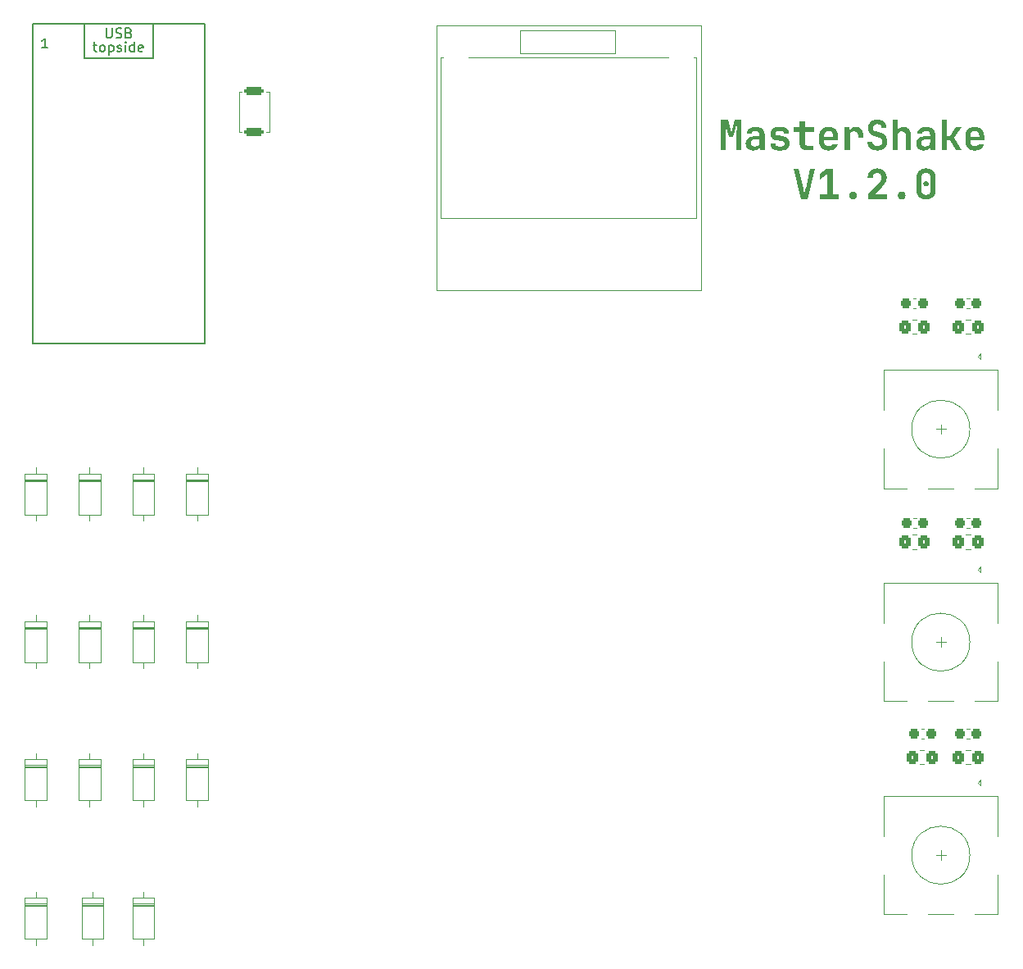
<source format=gto>
G04 #@! TF.GenerationSoftware,KiCad,Pcbnew,7.0.5*
G04 #@! TF.CreationDate,2023-09-13T23:13:29-07:00*
G04 #@! TF.ProjectId,Custom_KeyPad,43757374-6f6d-45f4-9b65-795061642e6b,rev?*
G04 #@! TF.SameCoordinates,Original*
G04 #@! TF.FileFunction,Legend,Top*
G04 #@! TF.FilePolarity,Positive*
%FSLAX46Y46*%
G04 Gerber Fmt 4.6, Leading zero omitted, Abs format (unit mm)*
G04 Created by KiCad (PCBNEW 7.0.5) date 2023-09-13 23:13:29*
%MOMM*%
%LPD*%
G01*
G04 APERTURE LIST*
G04 Aperture macros list*
%AMRoundRect*
0 Rectangle with rounded corners*
0 $1 Rounding radius*
0 $2 $3 $4 $5 $6 $7 $8 $9 X,Y pos of 4 corners*
0 Add a 4 corners polygon primitive as box body*
4,1,4,$2,$3,$4,$5,$6,$7,$8,$9,$2,$3,0*
0 Add four circle primitives for the rounded corners*
1,1,$1+$1,$2,$3*
1,1,$1+$1,$4,$5*
1,1,$1+$1,$6,$7*
1,1,$1+$1,$8,$9*
0 Add four rect primitives between the rounded corners*
20,1,$1+$1,$2,$3,$4,$5,0*
20,1,$1+$1,$4,$5,$6,$7,0*
20,1,$1+$1,$6,$7,$8,$9,0*
20,1,$1+$1,$8,$9,$2,$3,0*%
G04 Aperture macros list end*
%ADD10C,0.200000*%
%ADD11C,0.150000*%
%ADD12C,0.120000*%
%ADD13R,1.600000X1.600000*%
%ADD14O,1.600000X1.600000*%
%ADD15R,2.000000X2.000000*%
%ADD16C,2.000000*%
%ADD17R,2.000000X3.200000*%
%ADD18RoundRect,0.250000X-0.350000X-0.450000X0.350000X-0.450000X0.350000X0.450000X-0.350000X0.450000X0*%
%ADD19C,2.600000*%
%ADD20C,3.500000*%
%ADD21RoundRect,0.237500X-0.300000X-0.237500X0.300000X-0.237500X0.300000X0.237500X-0.300000X0.237500X0*%
%ADD22RoundRect,0.237500X0.300000X0.237500X-0.300000X0.237500X-0.300000X-0.237500X0.300000X-0.237500X0*%
%ADD23RoundRect,0.200000X0.800000X-0.200000X0.800000X0.200000X-0.800000X0.200000X-0.800000X-0.200000X0*%
%ADD24RoundRect,0.250000X0.350000X0.450000X-0.350000X0.450000X-0.350000X-0.450000X0.350000X-0.450000X0*%
%ADD25O,1.600000X2.000000*%
%ADD26C,1.750000*%
%ADD27C,3.987800*%
%ADD28C,3.300000*%
G04 APERTURE END LIST*
D10*
G36*
X175293275Y-48425000D02*
G01*
X175293275Y-45329954D01*
X175981307Y-45329954D01*
X176327155Y-46664986D01*
X176677399Y-45329954D01*
X177369828Y-45329954D01*
X177369828Y-48425000D01*
X176875969Y-48425000D01*
X176875969Y-47128803D01*
X176876026Y-47095481D01*
X176876198Y-47062010D01*
X176876484Y-47028390D01*
X176876885Y-46994622D01*
X176877400Y-46960704D01*
X176878030Y-46926638D01*
X176878774Y-46892423D01*
X176879632Y-46858060D01*
X176880606Y-46823547D01*
X176881693Y-46788885D01*
X176882895Y-46754075D01*
X176884212Y-46719116D01*
X176885643Y-46684008D01*
X176887189Y-46648751D01*
X176888849Y-46613345D01*
X176890623Y-46577791D01*
X176892481Y-46542231D01*
X176894390Y-46506808D01*
X176896351Y-46471522D01*
X176898363Y-46436374D01*
X176900426Y-46401364D01*
X176902542Y-46366490D01*
X176904708Y-46331754D01*
X176906927Y-46297156D01*
X176909196Y-46262695D01*
X176911518Y-46228371D01*
X176913890Y-46194185D01*
X176916315Y-46160136D01*
X176918790Y-46126224D01*
X176921318Y-46092450D01*
X176923897Y-46058813D01*
X176926527Y-46025314D01*
X176929200Y-45991980D01*
X176931908Y-45959024D01*
X176934650Y-45926447D01*
X176937426Y-45894247D01*
X176940237Y-45862425D01*
X176943082Y-45830980D01*
X176945961Y-45799914D01*
X176948875Y-45769225D01*
X176951823Y-45738914D01*
X176954806Y-45708981D01*
X176957823Y-45679426D01*
X176960874Y-45650248D01*
X176965515Y-45607190D01*
X176970233Y-45564983D01*
X176973422Y-45537316D01*
X176538181Y-47080443D01*
X176103673Y-47080443D01*
X175686018Y-45576151D01*
X175690755Y-45612953D01*
X175695440Y-45650637D01*
X175700074Y-45689203D01*
X175704656Y-45728650D01*
X175709187Y-45768979D01*
X175713667Y-45810189D01*
X175718094Y-45852281D01*
X175722471Y-45895254D01*
X175726796Y-45939109D01*
X175731069Y-45983846D01*
X175735291Y-46029464D01*
X175739461Y-46075963D01*
X175743580Y-46123345D01*
X175747647Y-46171607D01*
X175751663Y-46220752D01*
X175755627Y-46270778D01*
X175759442Y-46321359D01*
X175763011Y-46372352D01*
X175766334Y-46423758D01*
X175769411Y-46475575D01*
X175772242Y-46527805D01*
X175774827Y-46580447D01*
X175777165Y-46633501D01*
X175779257Y-46686967D01*
X175781103Y-46740846D01*
X175782703Y-46795136D01*
X175784057Y-46849839D01*
X175785165Y-46904954D01*
X175786026Y-46960481D01*
X175786642Y-47016420D01*
X175787011Y-47072772D01*
X175787134Y-47129535D01*
X175787134Y-48425000D01*
X175293275Y-48425000D01*
G37*
G36*
X178912548Y-46034192D02*
G01*
X178965550Y-46036648D01*
X179017007Y-46040741D01*
X179066919Y-46046471D01*
X179115284Y-46053838D01*
X179162105Y-46062843D01*
X179207379Y-46073485D01*
X179251108Y-46085764D01*
X179293292Y-46099680D01*
X179333930Y-46115233D01*
X179373022Y-46132424D01*
X179410568Y-46151251D01*
X179446569Y-46171716D01*
X179481025Y-46193818D01*
X179513935Y-46217557D01*
X179545299Y-46242934D01*
X179574934Y-46269707D01*
X179602658Y-46297820D01*
X179628469Y-46327272D01*
X179652369Y-46358064D01*
X179674356Y-46390195D01*
X179694432Y-46423666D01*
X179712596Y-46458476D01*
X179728847Y-46494626D01*
X179743187Y-46532116D01*
X179755615Y-46570944D01*
X179766131Y-46611113D01*
X179774734Y-46652621D01*
X179781426Y-46695468D01*
X179786206Y-46739655D01*
X179789074Y-46785182D01*
X179790030Y-46832048D01*
X179790030Y-48425000D01*
X179275655Y-48425000D01*
X179275655Y-48002948D01*
X179268689Y-48043327D01*
X179259057Y-48082031D01*
X179246758Y-48119061D01*
X179231794Y-48154417D01*
X179214163Y-48188098D01*
X179193867Y-48220105D01*
X179170904Y-48250437D01*
X179145275Y-48279095D01*
X179116980Y-48306079D01*
X179086018Y-48331388D01*
X179063896Y-48347330D01*
X179028996Y-48369591D01*
X178992163Y-48389663D01*
X178953399Y-48407544D01*
X178912702Y-48423236D01*
X178884498Y-48432481D01*
X178855435Y-48440753D01*
X178825513Y-48448052D01*
X178794733Y-48454377D01*
X178763094Y-48459730D01*
X178730596Y-48464109D01*
X178697240Y-48467515D01*
X178663025Y-48469948D01*
X178627951Y-48471408D01*
X178592019Y-48471894D01*
X178548273Y-48471118D01*
X178505694Y-48468791D01*
X178464284Y-48464913D01*
X178424041Y-48459484D01*
X178384966Y-48452503D01*
X178347059Y-48443970D01*
X178310319Y-48433887D01*
X178274748Y-48422252D01*
X178240344Y-48409066D01*
X178207108Y-48394328D01*
X178175039Y-48378039D01*
X178144139Y-48360199D01*
X178114406Y-48340807D01*
X178085841Y-48319864D01*
X178058444Y-48297370D01*
X178032214Y-48273325D01*
X178007459Y-48247931D01*
X177984301Y-48221576D01*
X177962740Y-48194259D01*
X177942776Y-48165980D01*
X177924409Y-48136740D01*
X177907639Y-48106537D01*
X177892466Y-48075373D01*
X177878891Y-48043248D01*
X177866913Y-48010161D01*
X177856531Y-47976112D01*
X177847747Y-47941101D01*
X177840560Y-47905129D01*
X177834970Y-47868195D01*
X177830977Y-47830299D01*
X177828582Y-47791441D01*
X177827783Y-47751622D01*
X177828690Y-47710208D01*
X177829505Y-47698133D01*
X178347288Y-47698133D01*
X178348959Y-47736910D01*
X178353974Y-47773741D01*
X178362331Y-47808626D01*
X178374032Y-47841564D01*
X178389076Y-47872557D01*
X178407463Y-47901602D01*
X178429193Y-47928702D01*
X178454266Y-47953855D01*
X178482613Y-47976352D01*
X178513800Y-47995850D01*
X178547826Y-48012347D01*
X178584692Y-48025846D01*
X178614204Y-48034001D01*
X178645314Y-48040469D01*
X178678020Y-48045249D01*
X178712324Y-48048343D01*
X178748225Y-48049749D01*
X178760547Y-48049842D01*
X178803242Y-48048825D01*
X178844224Y-48045772D01*
X178883493Y-48040685D01*
X178921048Y-48033562D01*
X178956891Y-48024404D01*
X178991021Y-48013212D01*
X179023438Y-47999984D01*
X179054142Y-47984721D01*
X179083132Y-47967423D01*
X179110410Y-47948091D01*
X179127644Y-47934071D01*
X179151738Y-47911682D01*
X179173462Y-47887927D01*
X179192816Y-47862806D01*
X179209801Y-47836321D01*
X179224415Y-47808470D01*
X179236660Y-47779254D01*
X179246534Y-47748672D01*
X179254039Y-47716726D01*
X179259174Y-47683414D01*
X179261939Y-47648737D01*
X179262466Y-47624860D01*
X179262466Y-47346423D01*
X178722445Y-47346423D01*
X178690653Y-47347292D01*
X178660123Y-47349901D01*
X178630855Y-47354248D01*
X178593795Y-47362748D01*
X178558979Y-47374340D01*
X178526407Y-47389024D01*
X178496079Y-47406798D01*
X178467995Y-47427664D01*
X178448404Y-47445341D01*
X178424705Y-47470769D01*
X178404166Y-47497961D01*
X178386786Y-47526915D01*
X178372567Y-47557632D01*
X178361507Y-47590113D01*
X178353607Y-47624356D01*
X178348868Y-47660363D01*
X178347288Y-47698133D01*
X177829505Y-47698133D01*
X177831412Y-47669865D01*
X177835949Y-47630593D01*
X177842300Y-47592391D01*
X177850466Y-47555259D01*
X177860447Y-47519198D01*
X177872242Y-47484208D01*
X177885852Y-47450287D01*
X177901276Y-47417438D01*
X177918516Y-47385658D01*
X177937569Y-47354950D01*
X177958438Y-47325311D01*
X177981121Y-47296744D01*
X178005619Y-47269246D01*
X178031931Y-47242819D01*
X178060058Y-47217463D01*
X178089768Y-47193329D01*
X178120829Y-47170751D01*
X178153241Y-47149731D01*
X178187003Y-47130268D01*
X178222117Y-47112362D01*
X178258582Y-47096013D01*
X178296397Y-47081221D01*
X178335564Y-47067986D01*
X178376082Y-47056308D01*
X178417950Y-47046188D01*
X178461170Y-47037624D01*
X178505740Y-47030617D01*
X178551662Y-47025167D01*
X178598934Y-47021275D01*
X178647558Y-47018939D01*
X178697532Y-47018161D01*
X179262466Y-47018161D01*
X179262466Y-46837909D01*
X179260868Y-46791593D01*
X179256077Y-46748265D01*
X179248092Y-46707925D01*
X179236912Y-46670573D01*
X179222538Y-46636209D01*
X179204969Y-46604833D01*
X179184207Y-46576446D01*
X179160250Y-46551046D01*
X179133099Y-46528635D01*
X179102754Y-46509212D01*
X179069214Y-46492777D01*
X179032480Y-46479330D01*
X178992552Y-46468872D01*
X178949430Y-46461401D01*
X178903114Y-46456919D01*
X178853603Y-46455425D01*
X178819377Y-46456114D01*
X178786490Y-46458181D01*
X178754942Y-46461627D01*
X178724734Y-46466450D01*
X178695866Y-46472652D01*
X178659459Y-46483065D01*
X178625433Y-46495928D01*
X178593788Y-46511241D01*
X178564524Y-46529004D01*
X178557581Y-46533827D01*
X178531798Y-46554447D01*
X178509037Y-46577104D01*
X178489300Y-46601799D01*
X178472584Y-46628532D01*
X178458891Y-46657303D01*
X178448221Y-46688112D01*
X178440573Y-46720959D01*
X178435948Y-46755844D01*
X177928900Y-46755844D01*
X177931905Y-46716022D01*
X177936708Y-46677156D01*
X177943308Y-46639246D01*
X177951706Y-46602291D01*
X177961901Y-46566293D01*
X177973894Y-46531251D01*
X177987684Y-46497165D01*
X178003272Y-46464035D01*
X178020657Y-46431861D01*
X178039839Y-46400642D01*
X178060819Y-46370380D01*
X178083597Y-46341074D01*
X178108172Y-46312723D01*
X178134544Y-46285329D01*
X178162714Y-46258891D01*
X178192682Y-46233408D01*
X178224218Y-46209185D01*
X178257093Y-46186525D01*
X178291308Y-46165428D01*
X178326863Y-46145893D01*
X178363757Y-46127921D01*
X178401990Y-46111512D01*
X178441563Y-46096666D01*
X178482476Y-46083382D01*
X178524728Y-46071661D01*
X178568320Y-46061503D01*
X178613251Y-46052908D01*
X178659522Y-46045876D01*
X178707132Y-46040406D01*
X178756081Y-46036499D01*
X178806371Y-46034155D01*
X178857999Y-46033374D01*
X178912548Y-46034192D01*
G37*
G36*
X181270142Y-48471894D02*
G01*
X181219068Y-48471153D01*
X181169346Y-48468929D01*
X181120974Y-48465222D01*
X181073954Y-48460033D01*
X181028284Y-48453361D01*
X180983965Y-48445207D01*
X180940998Y-48435570D01*
X180899381Y-48424450D01*
X180859115Y-48411848D01*
X180820201Y-48397763D01*
X180782637Y-48382195D01*
X180746424Y-48365145D01*
X180711562Y-48346612D01*
X180678051Y-48326596D01*
X180645891Y-48305098D01*
X180615082Y-48282117D01*
X180585979Y-48257780D01*
X180558754Y-48232395D01*
X180533406Y-48205962D01*
X180509936Y-48178482D01*
X180488343Y-48149954D01*
X180468628Y-48120379D01*
X180450791Y-48089756D01*
X180434831Y-48058086D01*
X180420749Y-48025368D01*
X180408545Y-47991602D01*
X180398218Y-47956789D01*
X180389768Y-47920928D01*
X180383197Y-47884020D01*
X180378503Y-47846064D01*
X180375686Y-47807060D01*
X180374748Y-47767009D01*
X180894252Y-47767009D01*
X180895798Y-47800268D01*
X180900434Y-47831535D01*
X180908162Y-47860810D01*
X180918982Y-47888093D01*
X180936853Y-47919395D01*
X180959554Y-47947584D01*
X180981192Y-47967894D01*
X180993170Y-47977302D01*
X181019297Y-47994304D01*
X181047850Y-48009039D01*
X181078831Y-48021507D01*
X181112239Y-48031707D01*
X181148074Y-48039642D01*
X181186336Y-48045309D01*
X181216625Y-48048071D01*
X181248280Y-48049559D01*
X181270142Y-48049842D01*
X181455522Y-48049842D01*
X181490345Y-48049198D01*
X181523649Y-48047266D01*
X181555432Y-48044046D01*
X181585696Y-48039538D01*
X181614440Y-48033742D01*
X181650401Y-48024011D01*
X181683660Y-48011990D01*
X181714217Y-47997679D01*
X181742072Y-47981078D01*
X181748614Y-47976570D01*
X181772828Y-47957255D01*
X181793814Y-47935949D01*
X181815506Y-47906515D01*
X181832153Y-47873968D01*
X181841839Y-47845689D01*
X181848296Y-47815418D01*
X181851525Y-47783155D01*
X181851928Y-47766277D01*
X181850806Y-47735078D01*
X181846248Y-47699011D01*
X181838184Y-47666199D01*
X181826613Y-47636643D01*
X181811537Y-47610343D01*
X181792954Y-47587298D01*
X181780121Y-47575034D01*
X181756032Y-47556555D01*
X181728186Y-47540044D01*
X181696583Y-47525500D01*
X181668597Y-47515282D01*
X181638206Y-47506323D01*
X181605410Y-47498624D01*
X181570211Y-47492184D01*
X181561035Y-47490771D01*
X180982912Y-47413834D01*
X180948608Y-47408427D01*
X180915307Y-47401916D01*
X180883006Y-47394299D01*
X180851708Y-47385578D01*
X180821411Y-47375752D01*
X180792117Y-47364821D01*
X180763824Y-47352786D01*
X180736532Y-47339645D01*
X180710243Y-47325400D01*
X180684955Y-47310050D01*
X180660669Y-47293595D01*
X180626118Y-47266841D01*
X180593822Y-47237601D01*
X180563779Y-47205876D01*
X180554266Y-47194748D01*
X180527553Y-47159874D01*
X180503467Y-47123118D01*
X180488870Y-47097570D01*
X180475440Y-47071186D01*
X180463179Y-47043966D01*
X180452085Y-47015911D01*
X180442159Y-46987020D01*
X180433400Y-46957293D01*
X180425810Y-46926730D01*
X180419387Y-46895331D01*
X180414132Y-46863097D01*
X180410044Y-46830027D01*
X180407125Y-46796121D01*
X180405373Y-46761379D01*
X180404789Y-46725802D01*
X180405645Y-46684469D01*
X180408213Y-46644366D01*
X180412492Y-46605494D01*
X180418482Y-46567853D01*
X180426184Y-46531443D01*
X180435598Y-46496263D01*
X180446724Y-46462315D01*
X180459561Y-46429596D01*
X180474110Y-46398109D01*
X180490370Y-46367853D01*
X180508342Y-46338827D01*
X180528025Y-46311032D01*
X180549420Y-46284468D01*
X180572527Y-46259134D01*
X180597345Y-46235031D01*
X180623875Y-46212159D01*
X180652108Y-46190509D01*
X180681852Y-46170256D01*
X180713108Y-46151400D01*
X180745875Y-46133941D01*
X180780152Y-46117878D01*
X180815942Y-46103212D01*
X180853242Y-46089942D01*
X180892054Y-46078070D01*
X180932377Y-46067594D01*
X180974211Y-46058515D01*
X181017557Y-46050833D01*
X181062413Y-46044548D01*
X181108781Y-46039659D01*
X181156660Y-46036167D01*
X181206051Y-46034072D01*
X181256953Y-46033374D01*
X181451126Y-46033374D01*
X181499074Y-46034083D01*
X181545831Y-46036213D01*
X181591397Y-46039762D01*
X181635773Y-46044731D01*
X181678959Y-46051119D01*
X181720953Y-46058927D01*
X181761757Y-46068155D01*
X181801370Y-46078803D01*
X181839792Y-46090870D01*
X181877024Y-46104357D01*
X181913065Y-46119263D01*
X181947916Y-46135589D01*
X181981575Y-46153335D01*
X182014044Y-46172500D01*
X182045323Y-46193085D01*
X182075410Y-46215090D01*
X182104104Y-46238280D01*
X182131018Y-46262420D01*
X182156151Y-46287510D01*
X182179504Y-46313551D01*
X182201076Y-46340541D01*
X182220869Y-46368482D01*
X182238880Y-46397374D01*
X182255112Y-46427215D01*
X182269563Y-46458007D01*
X182282235Y-46489749D01*
X182293125Y-46522441D01*
X182302236Y-46556084D01*
X182309566Y-46590677D01*
X182315116Y-46626220D01*
X182318885Y-46662713D01*
X182320875Y-46700157D01*
X181797706Y-46700157D01*
X181794168Y-46666443D01*
X181786300Y-46634912D01*
X181774104Y-46605564D01*
X181757578Y-46578398D01*
X181736723Y-46553414D01*
X181711539Y-46530613D01*
X181700253Y-46522103D01*
X181669635Y-46502894D01*
X181642925Y-46489871D01*
X181614245Y-46478932D01*
X181583596Y-46470076D01*
X181550979Y-46463304D01*
X181516392Y-46458616D01*
X181479835Y-46456011D01*
X181451126Y-46455425D01*
X181256953Y-46455425D01*
X181226056Y-46456050D01*
X181196563Y-46457924D01*
X181159422Y-46462366D01*
X181124778Y-46469029D01*
X181092630Y-46477914D01*
X181062977Y-46489019D01*
X181035820Y-46502346D01*
X181005384Y-46522127D01*
X180999765Y-46526500D01*
X180974223Y-46549680D01*
X180953011Y-46575258D01*
X180936127Y-46603232D01*
X180923573Y-46633604D01*
X180915347Y-46666373D01*
X180911451Y-46701539D01*
X180911105Y-46716277D01*
X180912697Y-46748366D01*
X180917473Y-46777771D01*
X180927408Y-46809516D01*
X180941928Y-46837397D01*
X180961033Y-46861414D01*
X180976318Y-46875279D01*
X181002936Y-46893147D01*
X181033883Y-46908286D01*
X181062977Y-46918815D01*
X181095077Y-46927448D01*
X181130182Y-46934185D01*
X181160430Y-46938210D01*
X181168293Y-46939026D01*
X181712710Y-47015963D01*
X181752208Y-47021409D01*
X181790471Y-47028041D01*
X181827496Y-47035858D01*
X181863286Y-47044859D01*
X181897838Y-47055046D01*
X181931155Y-47066418D01*
X181963234Y-47078974D01*
X181994078Y-47092716D01*
X182023684Y-47107642D01*
X182052055Y-47123754D01*
X182079189Y-47141050D01*
X182105086Y-47159532D01*
X182129747Y-47179198D01*
X182153171Y-47200049D01*
X182175359Y-47222085D01*
X182196311Y-47245307D01*
X182216008Y-47269630D01*
X182234435Y-47294972D01*
X182251592Y-47321333D01*
X182267477Y-47348713D01*
X182282091Y-47377112D01*
X182295435Y-47406530D01*
X182307508Y-47436967D01*
X182318310Y-47468422D01*
X182327841Y-47500897D01*
X182336102Y-47534391D01*
X182343091Y-47568904D01*
X182348810Y-47604435D01*
X182353258Y-47640986D01*
X182356435Y-47678555D01*
X182358341Y-47717144D01*
X182358976Y-47756751D01*
X182358078Y-47799003D01*
X182355381Y-47840030D01*
X182350888Y-47879832D01*
X182344597Y-47918409D01*
X182336508Y-47955761D01*
X182326622Y-47991888D01*
X182314938Y-48026790D01*
X182301457Y-48060467D01*
X182286179Y-48092919D01*
X182269103Y-48124146D01*
X182250229Y-48154148D01*
X182229558Y-48182924D01*
X182207090Y-48210476D01*
X182182824Y-48236803D01*
X182156760Y-48261904D01*
X182128900Y-48285781D01*
X182099307Y-48308318D01*
X182068049Y-48329401D01*
X182035125Y-48349030D01*
X182000535Y-48367206D01*
X181964279Y-48383927D01*
X181926357Y-48399194D01*
X181886770Y-48413007D01*
X181845517Y-48425366D01*
X181802598Y-48436271D01*
X181758013Y-48445722D01*
X181711762Y-48453719D01*
X181663846Y-48460262D01*
X181614264Y-48465351D01*
X181563016Y-48468986D01*
X181510102Y-48471167D01*
X181455522Y-48471894D01*
X181270142Y-48471894D01*
G37*
G36*
X184116792Y-48425000D02*
G01*
X184076647Y-48424252D01*
X184037543Y-48422011D01*
X183999481Y-48418276D01*
X183962461Y-48413047D01*
X183926483Y-48406324D01*
X183891547Y-48398106D01*
X183857652Y-48388395D01*
X183824800Y-48377189D01*
X183792989Y-48364489D01*
X183762220Y-48350296D01*
X183732493Y-48334608D01*
X183703808Y-48317426D01*
X183676165Y-48298750D01*
X183649563Y-48278580D01*
X183624004Y-48256916D01*
X183599486Y-48233757D01*
X183576239Y-48209323D01*
X183554492Y-48183829D01*
X183534244Y-48157276D01*
X183515497Y-48129664D01*
X183498249Y-48100993D01*
X183482501Y-48071263D01*
X183468253Y-48040474D01*
X183455505Y-48008627D01*
X183444256Y-47975720D01*
X183434507Y-47941754D01*
X183426258Y-47906729D01*
X183419509Y-47870645D01*
X183414260Y-47833502D01*
X183410511Y-47795299D01*
X183408261Y-47756038D01*
X183407511Y-47715718D01*
X183407511Y-46545551D01*
X182766373Y-46545551D01*
X182766373Y-46080268D01*
X183407511Y-46080268D01*
X183407511Y-45423743D01*
X183939472Y-45423743D01*
X183939472Y-46080268D01*
X184863443Y-46080268D01*
X184863443Y-46545551D01*
X183939472Y-46545551D01*
X183939472Y-47719382D01*
X183940849Y-47751231D01*
X183944982Y-47781292D01*
X183953577Y-47815003D01*
X183966139Y-47846138D01*
X183982669Y-47874697D01*
X183995892Y-47892306D01*
X184018896Y-47915215D01*
X184045042Y-47933384D01*
X184074331Y-47946814D01*
X184106763Y-47955504D01*
X184136190Y-47959124D01*
X184154894Y-47959717D01*
X184842926Y-47959717D01*
X184842926Y-48425000D01*
X184116792Y-48425000D01*
G37*
G36*
X186442641Y-46033829D02*
G01*
X186478136Y-46035194D01*
X186513052Y-46037469D01*
X186547390Y-46040655D01*
X186581150Y-46044751D01*
X186614332Y-46049757D01*
X186646935Y-46055673D01*
X186678961Y-46062500D01*
X186710408Y-46070236D01*
X186741277Y-46078883D01*
X186771568Y-46088440D01*
X186801281Y-46098907D01*
X186830415Y-46110284D01*
X186858971Y-46122572D01*
X186886950Y-46135769D01*
X186914350Y-46149877D01*
X186941172Y-46164712D01*
X186967232Y-46180274D01*
X186992531Y-46196563D01*
X187017069Y-46213579D01*
X187040846Y-46231322D01*
X187063861Y-46249792D01*
X187086114Y-46268989D01*
X187118068Y-46299147D01*
X187148308Y-46330941D01*
X187176835Y-46364371D01*
X187194901Y-46387567D01*
X187212206Y-46411489D01*
X187228750Y-46436139D01*
X187244532Y-46461515D01*
X187252138Y-46474476D01*
X187266778Y-46500857D01*
X187280474Y-46527794D01*
X187293225Y-46555285D01*
X187305031Y-46583332D01*
X187315894Y-46611934D01*
X187325811Y-46641092D01*
X187334784Y-46670804D01*
X187342813Y-46701072D01*
X187349897Y-46731896D01*
X187356036Y-46763274D01*
X187361231Y-46795208D01*
X187365482Y-46827697D01*
X187368787Y-46860741D01*
X187371149Y-46894341D01*
X187372566Y-46928496D01*
X187373038Y-46963206D01*
X187373038Y-47393318D01*
X185937623Y-47393318D01*
X185937623Y-47547923D01*
X185938698Y-47589534D01*
X185941925Y-47629188D01*
X185947302Y-47666883D01*
X185954830Y-47702621D01*
X185964510Y-47736401D01*
X185976340Y-47768223D01*
X185990321Y-47798087D01*
X186006453Y-47825994D01*
X186024736Y-47851943D01*
X186045171Y-47875934D01*
X186059988Y-47890840D01*
X186083827Y-47911530D01*
X186109456Y-47930184D01*
X186136875Y-47946804D01*
X186166085Y-47961388D01*
X186197085Y-47973938D01*
X186229875Y-47984452D01*
X186264456Y-47992932D01*
X186300827Y-47999376D01*
X186338988Y-48003785D01*
X186378940Y-48006159D01*
X186406569Y-48006612D01*
X186436918Y-48006129D01*
X186466418Y-48004680D01*
X186504428Y-48001245D01*
X186540927Y-47996093D01*
X186575915Y-47989224D01*
X186609392Y-47980637D01*
X186641357Y-47970333D01*
X186671811Y-47958312D01*
X186686471Y-47951657D01*
X186714109Y-47937117D01*
X186738770Y-47920974D01*
X186765410Y-47898541D01*
X186787399Y-47873604D01*
X186804737Y-47846163D01*
X186817423Y-47816217D01*
X186824224Y-47790457D01*
X187347392Y-47790457D01*
X187339733Y-47828716D01*
X187330494Y-47866008D01*
X187319675Y-47902332D01*
X187307275Y-47937689D01*
X187293296Y-47972079D01*
X187277737Y-48005501D01*
X187260598Y-48037956D01*
X187241879Y-48069443D01*
X187221581Y-48099963D01*
X187199702Y-48129515D01*
X187176243Y-48158100D01*
X187151204Y-48185718D01*
X187124586Y-48212368D01*
X187096387Y-48238051D01*
X187066608Y-48262766D01*
X187035250Y-48286514D01*
X187002655Y-48308962D01*
X186969167Y-48329962D01*
X186934786Y-48349514D01*
X186899512Y-48367618D01*
X186863345Y-48384273D01*
X186826285Y-48399480D01*
X186788332Y-48413239D01*
X186749486Y-48425549D01*
X186709747Y-48436411D01*
X186669115Y-48445825D01*
X186627590Y-48453791D01*
X186585171Y-48460308D01*
X186541860Y-48465377D01*
X186497656Y-48468998D01*
X186452559Y-48471170D01*
X186406569Y-48471894D01*
X186369952Y-48471445D01*
X186333926Y-48470097D01*
X186298489Y-48467850D01*
X186263641Y-48464704D01*
X186229383Y-48460660D01*
X186195715Y-48455717D01*
X186162636Y-48449875D01*
X186130147Y-48443135D01*
X186098248Y-48435495D01*
X186066938Y-48426957D01*
X186036218Y-48417521D01*
X186006087Y-48407185D01*
X185976546Y-48395951D01*
X185947595Y-48383818D01*
X185919233Y-48370786D01*
X185891461Y-48356856D01*
X185864459Y-48342009D01*
X185838223Y-48326413D01*
X185812755Y-48310067D01*
X185788054Y-48292971D01*
X185764120Y-48275125D01*
X185740954Y-48256529D01*
X185718554Y-48237183D01*
X185696921Y-48217088D01*
X185676056Y-48196242D01*
X185655957Y-48174647D01*
X185636626Y-48152301D01*
X185618061Y-48129206D01*
X185600264Y-48105361D01*
X185583234Y-48080766D01*
X185566971Y-48055421D01*
X185551475Y-48029326D01*
X185536923Y-48002564D01*
X185523310Y-47975219D01*
X185510636Y-47947289D01*
X185498901Y-47918776D01*
X185488105Y-47889678D01*
X185478248Y-47859997D01*
X185469329Y-47829732D01*
X185461349Y-47798883D01*
X185454308Y-47767450D01*
X185448206Y-47735433D01*
X185443042Y-47702833D01*
X185438818Y-47669648D01*
X185435532Y-47635879D01*
X185433185Y-47601527D01*
X185431777Y-47566591D01*
X185431307Y-47531071D01*
X185431307Y-47065055D01*
X185937623Y-47065055D01*
X186866722Y-47065055D01*
X186866722Y-46980792D01*
X186866259Y-46949822D01*
X186864868Y-46919746D01*
X186861042Y-46876306D01*
X186855130Y-46834876D01*
X186847132Y-46795454D01*
X186837047Y-46758042D01*
X186824875Y-46722639D01*
X186810617Y-46689246D01*
X186794272Y-46657861D01*
X186775841Y-46628487D01*
X186755323Y-46601121D01*
X186748020Y-46592445D01*
X186724974Y-46567958D01*
X186700072Y-46545880D01*
X186673316Y-46526210D01*
X186644706Y-46508949D01*
X186614240Y-46494096D01*
X186581920Y-46481652D01*
X186547745Y-46471616D01*
X186511715Y-46463989D01*
X186473831Y-46458770D01*
X186434092Y-46455960D01*
X186406569Y-46455425D01*
X186364016Y-46456642D01*
X186323459Y-46460294D01*
X186284898Y-46466380D01*
X186248334Y-46474900D01*
X186213766Y-46485854D01*
X186181195Y-46499243D01*
X186150620Y-46515066D01*
X186122041Y-46533323D01*
X186095459Y-46554015D01*
X186070873Y-46577141D01*
X186055592Y-46593911D01*
X186034509Y-46620725D01*
X186015501Y-46649510D01*
X185998566Y-46680265D01*
X185983704Y-46712991D01*
X185970917Y-46747687D01*
X185960203Y-46784354D01*
X185951562Y-46822992D01*
X185944996Y-46863601D01*
X185940503Y-46906180D01*
X185938659Y-46935661D01*
X185937738Y-46966017D01*
X185937623Y-46981524D01*
X185937623Y-47065055D01*
X185431307Y-47065055D01*
X185431307Y-46974197D01*
X185431777Y-46938677D01*
X185433185Y-46903741D01*
X185435532Y-46869388D01*
X185438818Y-46835620D01*
X185443042Y-46802435D01*
X185448206Y-46769834D01*
X185454308Y-46737818D01*
X185461349Y-46706385D01*
X185469329Y-46675536D01*
X185478248Y-46645271D01*
X185488105Y-46615589D01*
X185498901Y-46586492D01*
X185510636Y-46557979D01*
X185523310Y-46530049D01*
X185536923Y-46502703D01*
X185551475Y-46475942D01*
X185566971Y-46449850D01*
X185583234Y-46424513D01*
X185600264Y-46399932D01*
X185618061Y-46376107D01*
X185636626Y-46353038D01*
X185655957Y-46330724D01*
X185676056Y-46309166D01*
X185696921Y-46288363D01*
X185718554Y-46268316D01*
X185740954Y-46249025D01*
X185764120Y-46230489D01*
X185788054Y-46212709D01*
X185812755Y-46195684D01*
X185838223Y-46179415D01*
X185864459Y-46163902D01*
X185891461Y-46149145D01*
X185919233Y-46135125D01*
X185947595Y-46122011D01*
X185976546Y-46109801D01*
X186006087Y-46098495D01*
X186036218Y-46088093D01*
X186066938Y-46078597D01*
X186098248Y-46070004D01*
X186130147Y-46062316D01*
X186162636Y-46055533D01*
X186195715Y-46049654D01*
X186229383Y-46044679D01*
X186263641Y-46040609D01*
X186298489Y-46037444D01*
X186333926Y-46035182D01*
X186369952Y-46033826D01*
X186406569Y-46033374D01*
X186442641Y-46033829D01*
G37*
G36*
X188063268Y-48425000D02*
G01*
X188063268Y-46080268D01*
X188577644Y-46080268D01*
X188577644Y-46544818D01*
X188583440Y-46515709D01*
X188593947Y-46473484D01*
X188606632Y-46432985D01*
X188621493Y-46394212D01*
X188638532Y-46357165D01*
X188657746Y-46321844D01*
X188679138Y-46288249D01*
X188702706Y-46256379D01*
X188728451Y-46226236D01*
X188756373Y-46197818D01*
X188786471Y-46171127D01*
X188818665Y-46146509D01*
X188852597Y-46124312D01*
X188888268Y-46104537D01*
X188925678Y-46087183D01*
X188964827Y-46072251D01*
X189005714Y-46059740D01*
X189048341Y-46049651D01*
X189077724Y-46044270D01*
X189107881Y-46039965D01*
X189138810Y-46036737D01*
X189170512Y-46034584D01*
X189202987Y-46033508D01*
X189219514Y-46033374D01*
X189263231Y-46034278D01*
X189305724Y-46036991D01*
X189346991Y-46041514D01*
X189387034Y-46047845D01*
X189425851Y-46055985D01*
X189463444Y-46065934D01*
X189499811Y-46077692D01*
X189534953Y-46091259D01*
X189568871Y-46106635D01*
X189601563Y-46123820D01*
X189633030Y-46142813D01*
X189663272Y-46163616D01*
X189692290Y-46186228D01*
X189720082Y-46210648D01*
X189746649Y-46236877D01*
X189771991Y-46264916D01*
X189796037Y-46294485D01*
X189818531Y-46325492D01*
X189839474Y-46357935D01*
X189858865Y-46391815D01*
X189876705Y-46427132D01*
X189892994Y-46463886D01*
X189907732Y-46502077D01*
X189920918Y-46541704D01*
X189932553Y-46582768D01*
X189942637Y-46625269D01*
X189951169Y-46669207D01*
X189958150Y-46714582D01*
X189963580Y-46761394D01*
X189967458Y-46809642D01*
X189969785Y-46859327D01*
X189970560Y-46910450D01*
X189970560Y-47133199D01*
X189442996Y-47133199D01*
X189442996Y-46937561D01*
X189442030Y-46898463D01*
X189439132Y-46861131D01*
X189434302Y-46825563D01*
X189427540Y-46791759D01*
X189418846Y-46759720D01*
X189408220Y-46729446D01*
X189395662Y-46700936D01*
X189381172Y-46674190D01*
X189364750Y-46649210D01*
X189346396Y-46625994D01*
X189333087Y-46611496D01*
X189311792Y-46591331D01*
X189280834Y-46567528D01*
X189255692Y-46551991D01*
X189228902Y-46538437D01*
X189200463Y-46526866D01*
X189170375Y-46517279D01*
X189138639Y-46509676D01*
X189105254Y-46504056D01*
X189070220Y-46500419D01*
X189033538Y-46498766D01*
X189020944Y-46498656D01*
X188982266Y-46499783D01*
X188945364Y-46503164D01*
X188910241Y-46508799D01*
X188876894Y-46516688D01*
X188845326Y-46526831D01*
X188815534Y-46539228D01*
X188787520Y-46553879D01*
X188761284Y-46570784D01*
X188736825Y-46589943D01*
X188714143Y-46611356D01*
X188700009Y-46626884D01*
X188680498Y-46651729D01*
X188662906Y-46678455D01*
X188647233Y-46707062D01*
X188633480Y-46737549D01*
X188621645Y-46769916D01*
X188611730Y-46804164D01*
X188603733Y-46840292D01*
X188597656Y-46878301D01*
X188593498Y-46918190D01*
X188591259Y-46959960D01*
X188590833Y-46988852D01*
X188590833Y-48425000D01*
X188063268Y-48425000D01*
G37*
G36*
X191449939Y-48471894D02*
G01*
X191411225Y-48471462D01*
X191373117Y-48470165D01*
X191335617Y-48468004D01*
X191298723Y-48464979D01*
X191262435Y-48461089D01*
X191226755Y-48456335D01*
X191191681Y-48450717D01*
X191157214Y-48444234D01*
X191123354Y-48436886D01*
X191090101Y-48428675D01*
X191057455Y-48419598D01*
X191025415Y-48409658D01*
X190993982Y-48398853D01*
X190963156Y-48387184D01*
X190932936Y-48374650D01*
X190903324Y-48361252D01*
X190874516Y-48347047D01*
X190846526Y-48332092D01*
X190819355Y-48316387D01*
X190793002Y-48299932D01*
X190767469Y-48282727D01*
X190742753Y-48264772D01*
X190718857Y-48246068D01*
X190695779Y-48226613D01*
X190673519Y-48206409D01*
X190652078Y-48185455D01*
X190631456Y-48163750D01*
X190611652Y-48141296D01*
X190592667Y-48118092D01*
X190574501Y-48094138D01*
X190557153Y-48069434D01*
X190540623Y-48043981D01*
X190525007Y-48017846D01*
X190510398Y-47991098D01*
X190496797Y-47963738D01*
X190484203Y-47935766D01*
X190472617Y-47907181D01*
X190462038Y-47877983D01*
X190452467Y-47848173D01*
X190443903Y-47817751D01*
X190436347Y-47786716D01*
X190429798Y-47755068D01*
X190424257Y-47722808D01*
X190419723Y-47689935D01*
X190416197Y-47656450D01*
X190413678Y-47622353D01*
X190412167Y-47587642D01*
X190411663Y-47552320D01*
X190931168Y-47552320D01*
X190932411Y-47590591D01*
X190936139Y-47627367D01*
X190942354Y-47662650D01*
X190951054Y-47696438D01*
X190962241Y-47728733D01*
X190975913Y-47759533D01*
X190992071Y-47788839D01*
X191010714Y-47816652D01*
X191031844Y-47842970D01*
X191055460Y-47867794D01*
X191072584Y-47883513D01*
X191099931Y-47905512D01*
X191128938Y-47925347D01*
X191159608Y-47943019D01*
X191191939Y-47958526D01*
X191225931Y-47971870D01*
X191261585Y-47983050D01*
X191298901Y-47992066D01*
X191337878Y-47998918D01*
X191378516Y-48003606D01*
X191420816Y-48006131D01*
X191449939Y-48006612D01*
X191491829Y-48005549D01*
X191532045Y-48002361D01*
X191570586Y-47997048D01*
X191607453Y-47989610D01*
X191642646Y-47980047D01*
X191676164Y-47968358D01*
X191708007Y-47954544D01*
X191738177Y-47938605D01*
X191766671Y-47920541D01*
X191793492Y-47900352D01*
X191810442Y-47885711D01*
X191834274Y-47862184D01*
X191855762Y-47837214D01*
X191874906Y-47810801D01*
X191891706Y-47782946D01*
X191906162Y-47753648D01*
X191918273Y-47722908D01*
X191928040Y-47690725D01*
X191935464Y-47657100D01*
X191940543Y-47622032D01*
X191943278Y-47585522D01*
X191943798Y-47560380D01*
X191942447Y-47522667D01*
X191938395Y-47486099D01*
X191931640Y-47450677D01*
X191922183Y-47416399D01*
X191910024Y-47383266D01*
X191895164Y-47351277D01*
X191877601Y-47320434D01*
X191857336Y-47290736D01*
X191834565Y-47262594D01*
X191809480Y-47236789D01*
X191782083Y-47213318D01*
X191752373Y-47192184D01*
X191720351Y-47173385D01*
X191686015Y-47156921D01*
X191658746Y-47146106D01*
X191630176Y-47136605D01*
X191610407Y-47131001D01*
X191197148Y-47024755D01*
X191156018Y-47013638D01*
X191115975Y-47001354D01*
X191077021Y-46987901D01*
X191039153Y-46973281D01*
X191002374Y-46957493D01*
X190966682Y-46940537D01*
X190932078Y-46922414D01*
X190898561Y-46903122D01*
X190866132Y-46882663D01*
X190834791Y-46861036D01*
X190804537Y-46838241D01*
X190775371Y-46814279D01*
X190747293Y-46789149D01*
X190720302Y-46762851D01*
X190694399Y-46735385D01*
X190669584Y-46706751D01*
X190646070Y-46677184D01*
X190624074Y-46646919D01*
X190603595Y-46615956D01*
X190584633Y-46584294D01*
X190567188Y-46551934D01*
X190551259Y-46518875D01*
X190536848Y-46485118D01*
X190523954Y-46450662D01*
X190512576Y-46415509D01*
X190502716Y-46379656D01*
X190494373Y-46343106D01*
X190487546Y-46305857D01*
X190482237Y-46267910D01*
X190478444Y-46229264D01*
X190476169Y-46189920D01*
X190475410Y-46149877D01*
X190476415Y-46101131D01*
X190479429Y-46053627D01*
X190484452Y-46007365D01*
X190491485Y-45962345D01*
X190500526Y-45918567D01*
X190511577Y-45876032D01*
X190524638Y-45834738D01*
X190539707Y-45794687D01*
X190556786Y-45755878D01*
X190575874Y-45718312D01*
X190596972Y-45681987D01*
X190620079Y-45646905D01*
X190645195Y-45613065D01*
X190672320Y-45580467D01*
X190701454Y-45549112D01*
X190732598Y-45518998D01*
X190765425Y-45490427D01*
X190799608Y-45463700D01*
X190835149Y-45438816D01*
X190872046Y-45415775D01*
X190910299Y-45394577D01*
X190949909Y-45375223D01*
X190990876Y-45357712D01*
X191033200Y-45342044D01*
X191076880Y-45328220D01*
X191121917Y-45316238D01*
X191168311Y-45306100D01*
X191216062Y-45297806D01*
X191265169Y-45291354D01*
X191315633Y-45286746D01*
X191367453Y-45283981D01*
X191420630Y-45283060D01*
X191456706Y-45283477D01*
X191492209Y-45284731D01*
X191527139Y-45286820D01*
X191561497Y-45289746D01*
X191595283Y-45293507D01*
X191628496Y-45298103D01*
X191661137Y-45303536D01*
X191693205Y-45309804D01*
X191724701Y-45316908D01*
X191755625Y-45324848D01*
X191785976Y-45333624D01*
X191815754Y-45343235D01*
X191844960Y-45353682D01*
X191873594Y-45364965D01*
X191901655Y-45377083D01*
X191929144Y-45390038D01*
X191955957Y-45403665D01*
X191981992Y-45417985D01*
X192007248Y-45432997D01*
X192043673Y-45456814D01*
X192078346Y-45482190D01*
X192111267Y-45509124D01*
X192142437Y-45537617D01*
X192171854Y-45567668D01*
X192199521Y-45599278D01*
X192225435Y-45632446D01*
X192249598Y-45667172D01*
X192264734Y-45691189D01*
X192285816Y-45728176D01*
X192304825Y-45766323D01*
X192321760Y-45805628D01*
X192336621Y-45846093D01*
X192349409Y-45887717D01*
X192356782Y-45916110D01*
X192363233Y-45945018D01*
X192368763Y-45974442D01*
X192373371Y-46004381D01*
X192377058Y-46034835D01*
X192379823Y-46065804D01*
X192381666Y-46097288D01*
X192382588Y-46129288D01*
X192382703Y-46145481D01*
X191868327Y-46145481D01*
X191867245Y-46112826D01*
X191864000Y-46081356D01*
X191858590Y-46051071D01*
X191851017Y-46021970D01*
X191841279Y-45994055D01*
X191824930Y-45958678D01*
X191804735Y-45925408D01*
X191787063Y-45901837D01*
X191767228Y-45879452D01*
X191745229Y-45858251D01*
X191721583Y-45838609D01*
X191696534Y-45820899D01*
X191670081Y-45805121D01*
X191642223Y-45791275D01*
X191612962Y-45779361D01*
X191582297Y-45769379D01*
X191550228Y-45761329D01*
X191516755Y-45755211D01*
X191481878Y-45751025D01*
X191445597Y-45748771D01*
X191420630Y-45748342D01*
X191384120Y-45749295D01*
X191349052Y-45752155D01*
X191315426Y-45756920D01*
X191283244Y-45763592D01*
X191252503Y-45772170D01*
X191223206Y-45782654D01*
X191195351Y-45795045D01*
X191168938Y-45809342D01*
X191143968Y-45825545D01*
X191120441Y-45843654D01*
X191105557Y-45856786D01*
X191084867Y-45877568D01*
X191060447Y-45907100D01*
X191039644Y-45938716D01*
X191022460Y-45972416D01*
X191008893Y-46008200D01*
X190998944Y-46046067D01*
X190993856Y-46075835D01*
X190990803Y-46106774D01*
X190989786Y-46138886D01*
X190991068Y-46174172D01*
X190994915Y-46207855D01*
X191001326Y-46239934D01*
X191010302Y-46270411D01*
X191021843Y-46299285D01*
X191035948Y-46326557D01*
X191052617Y-46352225D01*
X191071851Y-46376290D01*
X191093570Y-46398765D01*
X191117326Y-46419659D01*
X191143121Y-46438973D01*
X191170953Y-46456707D01*
X191200823Y-46472862D01*
X191232731Y-46487436D01*
X191266677Y-46500431D01*
X191302661Y-46511845D01*
X191728376Y-46618091D01*
X191770580Y-46629377D01*
X191811644Y-46641985D01*
X191851569Y-46655915D01*
X191890355Y-46671168D01*
X191928002Y-46687743D01*
X191964509Y-46705641D01*
X191999878Y-46724860D01*
X192034107Y-46745403D01*
X192067197Y-46767267D01*
X192099148Y-46790454D01*
X192129960Y-46814963D01*
X192159633Y-46840795D01*
X192188166Y-46867948D01*
X192215561Y-46896425D01*
X192241816Y-46926223D01*
X192266932Y-46957344D01*
X192290711Y-46989510D01*
X192312956Y-47022443D01*
X192333667Y-47056142D01*
X192352844Y-47090609D01*
X192370487Y-47125843D01*
X192386595Y-47161844D01*
X192401170Y-47198612D01*
X192414210Y-47236147D01*
X192425716Y-47274450D01*
X192435688Y-47313519D01*
X192444126Y-47353355D01*
X192451030Y-47393959D01*
X192456399Y-47435329D01*
X192460235Y-47477467D01*
X192462536Y-47520372D01*
X192463303Y-47564043D01*
X192462816Y-47598201D01*
X192461357Y-47631798D01*
X192458924Y-47664834D01*
X192455518Y-47697308D01*
X192451139Y-47729222D01*
X192445786Y-47760575D01*
X192439461Y-47791367D01*
X192432162Y-47821598D01*
X192423890Y-47851267D01*
X192414645Y-47880376D01*
X192404427Y-47908924D01*
X192393236Y-47936911D01*
X192381071Y-47964337D01*
X192367934Y-47991201D01*
X192353823Y-48017505D01*
X192338739Y-48043248D01*
X192322765Y-48068355D01*
X192305984Y-48092753D01*
X192288396Y-48116441D01*
X192270000Y-48139419D01*
X192250797Y-48161687D01*
X192230788Y-48183245D01*
X192209971Y-48204093D01*
X192188347Y-48224232D01*
X192165915Y-48243661D01*
X192142677Y-48262380D01*
X192118631Y-48280389D01*
X192093779Y-48297688D01*
X192068119Y-48314277D01*
X192041652Y-48330157D01*
X192014378Y-48345327D01*
X191986297Y-48359787D01*
X191957497Y-48373362D01*
X191928068Y-48386062D01*
X191898009Y-48397886D01*
X191867320Y-48408834D01*
X191836001Y-48418906D01*
X191804053Y-48428102D01*
X191771476Y-48436423D01*
X191738268Y-48443867D01*
X191704431Y-48450436D01*
X191669964Y-48456129D01*
X191634868Y-48460946D01*
X191599141Y-48464887D01*
X191562785Y-48467953D01*
X191525800Y-48470142D01*
X191488184Y-48471456D01*
X191449939Y-48471894D01*
G37*
G36*
X193014315Y-48425000D02*
G01*
X193014315Y-45329954D01*
X193541879Y-45329954D01*
X193541879Y-46103715D01*
X193528690Y-46541887D01*
X193534478Y-46512784D01*
X193544941Y-46470589D01*
X193557541Y-46430146D01*
X193572280Y-46391455D01*
X193589158Y-46354515D01*
X193608173Y-46319327D01*
X193629326Y-46285890D01*
X193652617Y-46254205D01*
X193678047Y-46224272D01*
X193705614Y-46196091D01*
X193735320Y-46169661D01*
X193767011Y-46145305D01*
X193800261Y-46123345D01*
X193835069Y-46103780D01*
X193871436Y-46086611D01*
X193909361Y-46071837D01*
X193948844Y-46059460D01*
X193989886Y-46049478D01*
X194032487Y-46041892D01*
X194061753Y-46038165D01*
X194091712Y-46035503D01*
X194122364Y-46033906D01*
X194153708Y-46033374D01*
X194195854Y-46034275D01*
X194236930Y-46036980D01*
X194276935Y-46041488D01*
X194315870Y-46047799D01*
X194353734Y-46055914D01*
X194390528Y-46065831D01*
X194426251Y-46077552D01*
X194460904Y-46091076D01*
X194494487Y-46106403D01*
X194526999Y-46123533D01*
X194558440Y-46142467D01*
X194588811Y-46163204D01*
X194618112Y-46185744D01*
X194646342Y-46210087D01*
X194673501Y-46236233D01*
X194699590Y-46264183D01*
X194724435Y-46293564D01*
X194747676Y-46324187D01*
X194769314Y-46356052D01*
X194789350Y-46389159D01*
X194807782Y-46423509D01*
X194824612Y-46459100D01*
X194839839Y-46495934D01*
X194853463Y-46534010D01*
X194865485Y-46573329D01*
X194875903Y-46613889D01*
X194884719Y-46655692D01*
X194891932Y-46698737D01*
X194897542Y-46743024D01*
X194901549Y-46788553D01*
X194903953Y-46835325D01*
X194904754Y-46883339D01*
X194904754Y-48425000D01*
X194377190Y-48425000D01*
X194377190Y-46950750D01*
X194376205Y-46910828D01*
X194373249Y-46872671D01*
X194368322Y-46836279D01*
X194361425Y-46801651D01*
X194352557Y-46768788D01*
X194341718Y-46737689D01*
X194328909Y-46708355D01*
X194314129Y-46680785D01*
X194297379Y-46654980D01*
X194278658Y-46630939D01*
X194265082Y-46615893D01*
X194243511Y-46594941D01*
X194220561Y-46576051D01*
X194196232Y-46559221D01*
X194170526Y-46544452D01*
X194143442Y-46531743D01*
X194114979Y-46521096D01*
X194085138Y-46512509D01*
X194053919Y-46505983D01*
X194021322Y-46501518D01*
X193987347Y-46499114D01*
X193963931Y-46498656D01*
X193927459Y-46499706D01*
X193892507Y-46502855D01*
X193859075Y-46508104D01*
X193827163Y-46515452D01*
X193796770Y-46524899D01*
X193767898Y-46536446D01*
X193740545Y-46550092D01*
X193714712Y-46565838D01*
X193690399Y-46583683D01*
X193667605Y-46603628D01*
X193653254Y-46618091D01*
X193633350Y-46641380D01*
X193615404Y-46666460D01*
X193599416Y-46693329D01*
X193585385Y-46721990D01*
X193573312Y-46752440D01*
X193563197Y-46784681D01*
X193555040Y-46818712D01*
X193548840Y-46854533D01*
X193544599Y-46892145D01*
X193542314Y-46931547D01*
X193541879Y-46958810D01*
X193541879Y-48425000D01*
X193014315Y-48425000D01*
G37*
G36*
X196536135Y-46034192D02*
G01*
X196589137Y-46036648D01*
X196640594Y-46040741D01*
X196690506Y-46046471D01*
X196738871Y-46053838D01*
X196785692Y-46062843D01*
X196830966Y-46073485D01*
X196874695Y-46085764D01*
X196916879Y-46099680D01*
X196957516Y-46115233D01*
X196996609Y-46132424D01*
X197034155Y-46151251D01*
X197070156Y-46171716D01*
X197104612Y-46193818D01*
X197137521Y-46217557D01*
X197168886Y-46242934D01*
X197198521Y-46269707D01*
X197226245Y-46297820D01*
X197252056Y-46327272D01*
X197275956Y-46358064D01*
X197297943Y-46390195D01*
X197318019Y-46423666D01*
X197336182Y-46458476D01*
X197352434Y-46494626D01*
X197366774Y-46532116D01*
X197379202Y-46570944D01*
X197389717Y-46611113D01*
X197398321Y-46652621D01*
X197405013Y-46695468D01*
X197409793Y-46739655D01*
X197412661Y-46785182D01*
X197413617Y-46832048D01*
X197413617Y-48425000D01*
X196899242Y-48425000D01*
X196899242Y-48002948D01*
X196892276Y-48043327D01*
X196882644Y-48082031D01*
X196870345Y-48119061D01*
X196855381Y-48154417D01*
X196837750Y-48188098D01*
X196817454Y-48220105D01*
X196794491Y-48250437D01*
X196768862Y-48279095D01*
X196740566Y-48306079D01*
X196709605Y-48331388D01*
X196687483Y-48347330D01*
X196652583Y-48369591D01*
X196615750Y-48389663D01*
X196576986Y-48407544D01*
X196536289Y-48423236D01*
X196508085Y-48432481D01*
X196479022Y-48440753D01*
X196449100Y-48448052D01*
X196418320Y-48454377D01*
X196386681Y-48459730D01*
X196354183Y-48464109D01*
X196320827Y-48467515D01*
X196286612Y-48469948D01*
X196251538Y-48471408D01*
X196215606Y-48471894D01*
X196171860Y-48471118D01*
X196129281Y-48468791D01*
X196087871Y-48464913D01*
X196047628Y-48459484D01*
X196008553Y-48452503D01*
X195970646Y-48443970D01*
X195933906Y-48433887D01*
X195898334Y-48422252D01*
X195863930Y-48409066D01*
X195830694Y-48394328D01*
X195798626Y-48378039D01*
X195767726Y-48360199D01*
X195737993Y-48340807D01*
X195709428Y-48319864D01*
X195682031Y-48297370D01*
X195655801Y-48273325D01*
X195631046Y-48247931D01*
X195607888Y-48221576D01*
X195586327Y-48194259D01*
X195566363Y-48165980D01*
X195547996Y-48136740D01*
X195531226Y-48106537D01*
X195516053Y-48075373D01*
X195502478Y-48043248D01*
X195490499Y-48010161D01*
X195480118Y-47976112D01*
X195471334Y-47941101D01*
X195464147Y-47905129D01*
X195458557Y-47868195D01*
X195454564Y-47830299D01*
X195452169Y-47791441D01*
X195451370Y-47751622D01*
X195452277Y-47710208D01*
X195453092Y-47698133D01*
X195970875Y-47698133D01*
X195972546Y-47736910D01*
X195977561Y-47773741D01*
X195985918Y-47808626D01*
X195997619Y-47841564D01*
X196012663Y-47872557D01*
X196031050Y-47901602D01*
X196052780Y-47928702D01*
X196077853Y-47953855D01*
X196106200Y-47976352D01*
X196137387Y-47995850D01*
X196171413Y-48012347D01*
X196208279Y-48025846D01*
X196237791Y-48034001D01*
X196268900Y-48040469D01*
X196301607Y-48045249D01*
X196335911Y-48048343D01*
X196371812Y-48049749D01*
X196384133Y-48049842D01*
X196426828Y-48048825D01*
X196467810Y-48045772D01*
X196507079Y-48040685D01*
X196544635Y-48033562D01*
X196580478Y-48024404D01*
X196614608Y-48013212D01*
X196647025Y-47999984D01*
X196677729Y-47984721D01*
X196706719Y-47967423D01*
X196733997Y-47948091D01*
X196751230Y-47934071D01*
X196775325Y-47911682D01*
X196797049Y-47887927D01*
X196816403Y-47862806D01*
X196833388Y-47836321D01*
X196848002Y-47808470D01*
X196860247Y-47779254D01*
X196870121Y-47748672D01*
X196877626Y-47716726D01*
X196882761Y-47683414D01*
X196885526Y-47648737D01*
X196886052Y-47624860D01*
X196886052Y-47346423D01*
X196346032Y-47346423D01*
X196314239Y-47347292D01*
X196283710Y-47349901D01*
X196254442Y-47354248D01*
X196217382Y-47362748D01*
X196182566Y-47374340D01*
X196149994Y-47389024D01*
X196119666Y-47406798D01*
X196091582Y-47427664D01*
X196071991Y-47445341D01*
X196048292Y-47470769D01*
X196027753Y-47497961D01*
X196010373Y-47526915D01*
X195996154Y-47557632D01*
X195985094Y-47590113D01*
X195977194Y-47624356D01*
X195972454Y-47660363D01*
X195970875Y-47698133D01*
X195453092Y-47698133D01*
X195454999Y-47669865D01*
X195459536Y-47630593D01*
X195465887Y-47592391D01*
X195474053Y-47555259D01*
X195484034Y-47519198D01*
X195495829Y-47484208D01*
X195509439Y-47450287D01*
X195524863Y-47417438D01*
X195542102Y-47385658D01*
X195561156Y-47354950D01*
X195582025Y-47325311D01*
X195604708Y-47296744D01*
X195629205Y-47269246D01*
X195655518Y-47242819D01*
X195683645Y-47217463D01*
X195713355Y-47193329D01*
X195744416Y-47170751D01*
X195776827Y-47149731D01*
X195810590Y-47130268D01*
X195845704Y-47112362D01*
X195882169Y-47096013D01*
X195919984Y-47081221D01*
X195959151Y-47067986D01*
X195999668Y-47056308D01*
X196041537Y-47046188D01*
X196084757Y-47037624D01*
X196129327Y-47030617D01*
X196175249Y-47025167D01*
X196222521Y-47021275D01*
X196271144Y-47018939D01*
X196321119Y-47018161D01*
X196886052Y-47018161D01*
X196886052Y-46837909D01*
X196884455Y-46791593D01*
X196879664Y-46748265D01*
X196871678Y-46707925D01*
X196860499Y-46670573D01*
X196846124Y-46636209D01*
X196828556Y-46604833D01*
X196807794Y-46576446D01*
X196783837Y-46551046D01*
X196756686Y-46528635D01*
X196726341Y-46509212D01*
X196692801Y-46492777D01*
X196656067Y-46479330D01*
X196616139Y-46468872D01*
X196573017Y-46461401D01*
X196526701Y-46456919D01*
X196477190Y-46455425D01*
X196442964Y-46456114D01*
X196410077Y-46458181D01*
X196378529Y-46461627D01*
X196348321Y-46466450D01*
X196319453Y-46472652D01*
X196283045Y-46483065D01*
X196249019Y-46495928D01*
X196217375Y-46511241D01*
X196188111Y-46529004D01*
X196181168Y-46533827D01*
X196155385Y-46554447D01*
X196132624Y-46577104D01*
X196112886Y-46601799D01*
X196096171Y-46628532D01*
X196082478Y-46657303D01*
X196071808Y-46688112D01*
X196064160Y-46720959D01*
X196059535Y-46755844D01*
X195552487Y-46755844D01*
X195555492Y-46716022D01*
X195560295Y-46677156D01*
X195566895Y-46639246D01*
X195575293Y-46602291D01*
X195585488Y-46566293D01*
X195597481Y-46531251D01*
X195611271Y-46497165D01*
X195626858Y-46464035D01*
X195644244Y-46431861D01*
X195663426Y-46400642D01*
X195684406Y-46370380D01*
X195707184Y-46341074D01*
X195731759Y-46312723D01*
X195758131Y-46285329D01*
X195786301Y-46258891D01*
X195816269Y-46233408D01*
X195847805Y-46209185D01*
X195880680Y-46186525D01*
X195914895Y-46165428D01*
X195950450Y-46145893D01*
X195987344Y-46127921D01*
X196025577Y-46111512D01*
X196065150Y-46096666D01*
X196106063Y-46083382D01*
X196148315Y-46071661D01*
X196191907Y-46061503D01*
X196236838Y-46052908D01*
X196283108Y-46045876D01*
X196330719Y-46040406D01*
X196379668Y-46036499D01*
X196429958Y-46034155D01*
X196481586Y-46033374D01*
X196536135Y-46034192D01*
G37*
G36*
X198070142Y-48425000D02*
G01*
X198070142Y-45329954D01*
X198597706Y-45329954D01*
X198597706Y-46974930D01*
X198969200Y-46974930D01*
X199522410Y-46080268D01*
X200108593Y-46080268D01*
X199421293Y-47196946D01*
X200134238Y-48425000D01*
X199534866Y-48425000D01*
X198969200Y-47440212D01*
X198597706Y-47440212D01*
X198597706Y-48425000D01*
X198070142Y-48425000D01*
G37*
G36*
X201548573Y-46033829D02*
G01*
X201584067Y-46035194D01*
X201618984Y-46037469D01*
X201653322Y-46040655D01*
X201687082Y-46044751D01*
X201720263Y-46049757D01*
X201752867Y-46055673D01*
X201784892Y-46062500D01*
X201816340Y-46070236D01*
X201847209Y-46078883D01*
X201877499Y-46088440D01*
X201907212Y-46098907D01*
X201936347Y-46110284D01*
X201964903Y-46122572D01*
X201992881Y-46135769D01*
X202020281Y-46149877D01*
X202047103Y-46164712D01*
X202073164Y-46180274D01*
X202098463Y-46196563D01*
X202123001Y-46213579D01*
X202146777Y-46231322D01*
X202169792Y-46249792D01*
X202192046Y-46268989D01*
X202223999Y-46299147D01*
X202254239Y-46330941D01*
X202282766Y-46364371D01*
X202300833Y-46387567D01*
X202318138Y-46411489D01*
X202334681Y-46436139D01*
X202350464Y-46461515D01*
X202358069Y-46474476D01*
X202372709Y-46500857D01*
X202386405Y-46527794D01*
X202399156Y-46555285D01*
X202410963Y-46583332D01*
X202421825Y-46611934D01*
X202431743Y-46641092D01*
X202440716Y-46670804D01*
X202448744Y-46701072D01*
X202455828Y-46731896D01*
X202461968Y-46763274D01*
X202467163Y-46795208D01*
X202471413Y-46827697D01*
X202474719Y-46860741D01*
X202477080Y-46894341D01*
X202478497Y-46928496D01*
X202478969Y-46963206D01*
X202478969Y-47393318D01*
X201043554Y-47393318D01*
X201043554Y-47547923D01*
X201044630Y-47589534D01*
X201047856Y-47629188D01*
X201053234Y-47666883D01*
X201060762Y-47702621D01*
X201070441Y-47736401D01*
X201082271Y-47768223D01*
X201096253Y-47798087D01*
X201112385Y-47825994D01*
X201130668Y-47851943D01*
X201151102Y-47875934D01*
X201165920Y-47890840D01*
X201189759Y-47911530D01*
X201215388Y-47930184D01*
X201242807Y-47946804D01*
X201272017Y-47961388D01*
X201303017Y-47973938D01*
X201335807Y-47984452D01*
X201370388Y-47992932D01*
X201406759Y-47999376D01*
X201444920Y-48003785D01*
X201484871Y-48006159D01*
X201512500Y-48006612D01*
X201542850Y-48006129D01*
X201572350Y-48004680D01*
X201610360Y-48001245D01*
X201646859Y-47996093D01*
X201681847Y-47989224D01*
X201715323Y-47980637D01*
X201747288Y-47970333D01*
X201777742Y-47958312D01*
X201792403Y-47951657D01*
X201820040Y-47937117D01*
X201844701Y-47920974D01*
X201871341Y-47898541D01*
X201893330Y-47873604D01*
X201910668Y-47846163D01*
X201923355Y-47816217D01*
X201930156Y-47790457D01*
X202453324Y-47790457D01*
X202445665Y-47828716D01*
X202436425Y-47866008D01*
X202425606Y-47902332D01*
X202413207Y-47937689D01*
X202399228Y-47972079D01*
X202383669Y-48005501D01*
X202366530Y-48037956D01*
X202347811Y-48069443D01*
X202327512Y-48099963D01*
X202305633Y-48129515D01*
X202282175Y-48158100D01*
X202257136Y-48185718D01*
X202230517Y-48212368D01*
X202202319Y-48238051D01*
X202172540Y-48262766D01*
X202141182Y-48286514D01*
X202108587Y-48308962D01*
X202075099Y-48329962D01*
X202040718Y-48349514D01*
X202005444Y-48367618D01*
X201969277Y-48384273D01*
X201932217Y-48399480D01*
X201894263Y-48413239D01*
X201855417Y-48425549D01*
X201815678Y-48436411D01*
X201775046Y-48445825D01*
X201733521Y-48453791D01*
X201691103Y-48460308D01*
X201647792Y-48465377D01*
X201603588Y-48468998D01*
X201558491Y-48471170D01*
X201512500Y-48471894D01*
X201475884Y-48471445D01*
X201439857Y-48470097D01*
X201404420Y-48467850D01*
X201369573Y-48464704D01*
X201335315Y-48460660D01*
X201301646Y-48455717D01*
X201268568Y-48449875D01*
X201236079Y-48443135D01*
X201204179Y-48435495D01*
X201172869Y-48426957D01*
X201142149Y-48417521D01*
X201112019Y-48407185D01*
X201082478Y-48395951D01*
X201053526Y-48383818D01*
X201025164Y-48370786D01*
X200997392Y-48356856D01*
X200970390Y-48342009D01*
X200944155Y-48326413D01*
X200918687Y-48310067D01*
X200893986Y-48292971D01*
X200870052Y-48275125D01*
X200846885Y-48256529D01*
X200824486Y-48237183D01*
X200802853Y-48217088D01*
X200781987Y-48196242D01*
X200761889Y-48174647D01*
X200742557Y-48152301D01*
X200723993Y-48129206D01*
X200706196Y-48105361D01*
X200689165Y-48080766D01*
X200672902Y-48055421D01*
X200657406Y-48029326D01*
X200642855Y-48002564D01*
X200629242Y-47975219D01*
X200616568Y-47947289D01*
X200604833Y-47918776D01*
X200594037Y-47889678D01*
X200584179Y-47859997D01*
X200575261Y-47829732D01*
X200567281Y-47798883D01*
X200560240Y-47767450D01*
X200554137Y-47735433D01*
X200548974Y-47702833D01*
X200544749Y-47669648D01*
X200541463Y-47635879D01*
X200539116Y-47601527D01*
X200537708Y-47566591D01*
X200537239Y-47531071D01*
X200537239Y-47065055D01*
X201043554Y-47065055D01*
X201972654Y-47065055D01*
X201972654Y-46980792D01*
X201972190Y-46949822D01*
X201970799Y-46919746D01*
X201966974Y-46876306D01*
X201961062Y-46834876D01*
X201953064Y-46795454D01*
X201942978Y-46758042D01*
X201930807Y-46722639D01*
X201916549Y-46689246D01*
X201900204Y-46657861D01*
X201881773Y-46628487D01*
X201861255Y-46601121D01*
X201853952Y-46592445D01*
X201830905Y-46567958D01*
X201806004Y-46545880D01*
X201779248Y-46526210D01*
X201750637Y-46508949D01*
X201720172Y-46494096D01*
X201687852Y-46481652D01*
X201653677Y-46471616D01*
X201617647Y-46463989D01*
X201579763Y-46458770D01*
X201540024Y-46455960D01*
X201512500Y-46455425D01*
X201469947Y-46456642D01*
X201429390Y-46460294D01*
X201390830Y-46466380D01*
X201354265Y-46474900D01*
X201319698Y-46485854D01*
X201287126Y-46499243D01*
X201256551Y-46515066D01*
X201227973Y-46533323D01*
X201201391Y-46554015D01*
X201176805Y-46577141D01*
X201161524Y-46593911D01*
X201140441Y-46620725D01*
X201121432Y-46649510D01*
X201104497Y-46680265D01*
X201089636Y-46712991D01*
X201076848Y-46747687D01*
X201066134Y-46784354D01*
X201057494Y-46822992D01*
X201050927Y-46863601D01*
X201046434Y-46906180D01*
X201044591Y-46935661D01*
X201043669Y-46966017D01*
X201043554Y-46981524D01*
X201043554Y-47065055D01*
X200537239Y-47065055D01*
X200537239Y-46974197D01*
X200537708Y-46938677D01*
X200539116Y-46903741D01*
X200541463Y-46869388D01*
X200544749Y-46835620D01*
X200548974Y-46802435D01*
X200554137Y-46769834D01*
X200560240Y-46737818D01*
X200567281Y-46706385D01*
X200575261Y-46675536D01*
X200584179Y-46645271D01*
X200594037Y-46615589D01*
X200604833Y-46586492D01*
X200616568Y-46557979D01*
X200629242Y-46530049D01*
X200642855Y-46502703D01*
X200657406Y-46475942D01*
X200672902Y-46449850D01*
X200689165Y-46424513D01*
X200706196Y-46399932D01*
X200723993Y-46376107D01*
X200742557Y-46353038D01*
X200761889Y-46330724D01*
X200781987Y-46309166D01*
X200802853Y-46288363D01*
X200824486Y-46268316D01*
X200846885Y-46249025D01*
X200870052Y-46230489D01*
X200893986Y-46212709D01*
X200918687Y-46195684D01*
X200944155Y-46179415D01*
X200970390Y-46163902D01*
X200997392Y-46149145D01*
X201025164Y-46135125D01*
X201053526Y-46122011D01*
X201082478Y-46109801D01*
X201112019Y-46098495D01*
X201142149Y-46088093D01*
X201172869Y-46078597D01*
X201204179Y-46070004D01*
X201236079Y-46062316D01*
X201268568Y-46055533D01*
X201301646Y-46049654D01*
X201335315Y-46044679D01*
X201369573Y-46040609D01*
X201404420Y-46037444D01*
X201439857Y-46035182D01*
X201475884Y-46033826D01*
X201512500Y-46033374D01*
X201548573Y-46033829D01*
G37*
G36*
X183542332Y-53465000D02*
G01*
X182766373Y-50369954D01*
X183310790Y-50369954D01*
X183779004Y-52391552D01*
X183788426Y-52428933D01*
X183795358Y-52457464D01*
X183802173Y-52486420D01*
X183808873Y-52515802D01*
X183815457Y-52545608D01*
X183821925Y-52575840D01*
X183828277Y-52606496D01*
X183834513Y-52637578D01*
X183840633Y-52669085D01*
X183846637Y-52701016D01*
X183848613Y-52711755D01*
X183854392Y-52743422D01*
X183859913Y-52773853D01*
X183865177Y-52803048D01*
X183871794Y-52840051D01*
X183877954Y-52874855D01*
X183883655Y-52907462D01*
X183888899Y-52937870D01*
X183894809Y-52972789D01*
X183896973Y-52985795D01*
X183902597Y-52952250D01*
X183907612Y-52922941D01*
X183913085Y-52891433D01*
X183919015Y-52857728D01*
X183925404Y-52821824D01*
X183932250Y-52783722D01*
X183937685Y-52753703D01*
X183943378Y-52722448D01*
X183945333Y-52711755D01*
X183951430Y-52679643D01*
X183957629Y-52647878D01*
X183963932Y-52616462D01*
X183970338Y-52585393D01*
X183976846Y-52554672D01*
X183983458Y-52524299D01*
X183990173Y-52494274D01*
X183996991Y-52464596D01*
X184003911Y-52435266D01*
X184010935Y-52406284D01*
X184015675Y-52387156D01*
X184467036Y-50369954D01*
X185002660Y-50369954D01*
X184226701Y-53465000D01*
X183542332Y-53465000D01*
G37*
G36*
X185490658Y-53465000D02*
G01*
X185490658Y-52999717D01*
X186292263Y-52999717D01*
X186292263Y-50913639D01*
X185486261Y-51502752D01*
X185486261Y-50913639D01*
X186195543Y-50369954D01*
X186819827Y-50369954D01*
X186819827Y-52999717D01*
X187466094Y-52999717D01*
X187466094Y-53465000D01*
X185490658Y-53465000D01*
G37*
G36*
X188919827Y-53511894D02*
G01*
X188887191Y-53510928D01*
X188855779Y-53508030D01*
X188825591Y-53503200D01*
X188796626Y-53496438D01*
X188759909Y-53484417D01*
X188725368Y-53468961D01*
X188693002Y-53450070D01*
X188662811Y-53427745D01*
X188634796Y-53401985D01*
X188609551Y-53373466D01*
X188587672Y-53342863D01*
X188569159Y-53310176D01*
X188554013Y-53275406D01*
X188542232Y-53238552D01*
X188535605Y-53209544D01*
X188530871Y-53179364D01*
X188528031Y-53148012D01*
X188527085Y-53115488D01*
X188528031Y-53082945D01*
X188530871Y-53051535D01*
X188535605Y-53021258D01*
X188542232Y-52992115D01*
X188554013Y-52955020D01*
X188569159Y-52919941D01*
X188587672Y-52886877D01*
X188609551Y-52855827D01*
X188634796Y-52826793D01*
X188662811Y-52800518D01*
X188693002Y-52777746D01*
X188725368Y-52758477D01*
X188759909Y-52742712D01*
X188796626Y-52730451D01*
X188825591Y-52723553D01*
X188855779Y-52718627D01*
X188887191Y-52715671D01*
X188919827Y-52714685D01*
X188952463Y-52715671D01*
X188983875Y-52718627D01*
X189014064Y-52723553D01*
X189043029Y-52730451D01*
X189079745Y-52742712D01*
X189114287Y-52758477D01*
X189146653Y-52777746D01*
X189176843Y-52800518D01*
X189204859Y-52826793D01*
X189230103Y-52855827D01*
X189251982Y-52886877D01*
X189270495Y-52919941D01*
X189285642Y-52955020D01*
X189297423Y-52992115D01*
X189304050Y-53021258D01*
X189308783Y-53051535D01*
X189311623Y-53082945D01*
X189312570Y-53115488D01*
X189311623Y-53148012D01*
X189308783Y-53179364D01*
X189304050Y-53209544D01*
X189297423Y-53238552D01*
X189285642Y-53275406D01*
X189270495Y-53310176D01*
X189251982Y-53342863D01*
X189230103Y-53373466D01*
X189204859Y-53401985D01*
X189176843Y-53427745D01*
X189146653Y-53450070D01*
X189114287Y-53468961D01*
X189079745Y-53484417D01*
X189043029Y-53496438D01*
X189014064Y-53503200D01*
X188983875Y-53508030D01*
X188952463Y-53510928D01*
X188919827Y-53511894D01*
G37*
G36*
X190483470Y-53465000D02*
G01*
X190483470Y-52999717D01*
X191593554Y-51844937D01*
X191626295Y-51808910D01*
X191656923Y-51772820D01*
X191685440Y-51736667D01*
X191711844Y-51700452D01*
X191736135Y-51664173D01*
X191758315Y-51627832D01*
X191778382Y-51591427D01*
X191796336Y-51554959D01*
X191812179Y-51518429D01*
X191825909Y-51481835D01*
X191837527Y-51445179D01*
X191847032Y-51408459D01*
X191854425Y-51371677D01*
X191859706Y-51334832D01*
X191862874Y-51297923D01*
X191863931Y-51260952D01*
X191862868Y-51222093D01*
X191859680Y-51184651D01*
X191854367Y-51148626D01*
X191846929Y-51114017D01*
X191837366Y-51080825D01*
X191825677Y-51049050D01*
X191811863Y-51018692D01*
X191795924Y-50989751D01*
X191777860Y-50962226D01*
X191757671Y-50936119D01*
X191743030Y-50919501D01*
X191719778Y-50896061D01*
X191695082Y-50874927D01*
X191668945Y-50856099D01*
X191641364Y-50839576D01*
X191612341Y-50825359D01*
X191581876Y-50813447D01*
X191549968Y-50803840D01*
X191516617Y-50796540D01*
X191481824Y-50791544D01*
X191445588Y-50788854D01*
X191420630Y-50788342D01*
X191382608Y-50789534D01*
X191346029Y-50793108D01*
X191310892Y-50799065D01*
X191277198Y-50807405D01*
X191244947Y-50818127D01*
X191214138Y-50831233D01*
X191184771Y-50846721D01*
X191156847Y-50864592D01*
X191130366Y-50884845D01*
X191105327Y-50907482D01*
X191089436Y-50923897D01*
X191067176Y-50949955D01*
X191047104Y-50977572D01*
X191029222Y-51006747D01*
X191013530Y-51037481D01*
X191000028Y-51069774D01*
X190988715Y-51103624D01*
X190979592Y-51139034D01*
X190972658Y-51176001D01*
X190967914Y-51214528D01*
X190965359Y-51254612D01*
X190964873Y-51282201D01*
X190437308Y-51282201D01*
X190437800Y-51246578D01*
X190439277Y-51211516D01*
X190441739Y-51177015D01*
X190445185Y-51143074D01*
X190449616Y-51109695D01*
X190455031Y-51076877D01*
X190461431Y-51044620D01*
X190468815Y-51012923D01*
X190477184Y-50981788D01*
X190486538Y-50951214D01*
X190496877Y-50921201D01*
X190508200Y-50891748D01*
X190520507Y-50862857D01*
X190533799Y-50834527D01*
X190548076Y-50806758D01*
X190563337Y-50779549D01*
X190579560Y-50752994D01*
X190596539Y-50727182D01*
X190614273Y-50702115D01*
X190632763Y-50677792D01*
X190652009Y-50654213D01*
X190672010Y-50631378D01*
X190692767Y-50609287D01*
X190714279Y-50587941D01*
X190736548Y-50567339D01*
X190759571Y-50547481D01*
X190783351Y-50528367D01*
X190807885Y-50509997D01*
X190833176Y-50492371D01*
X190859222Y-50475490D01*
X190886024Y-50459353D01*
X190913582Y-50443960D01*
X190941886Y-50429319D01*
X190970746Y-50415624D01*
X191000161Y-50402873D01*
X191030131Y-50391066D01*
X191060657Y-50380204D01*
X191091738Y-50370286D01*
X191123374Y-50361313D01*
X191155565Y-50353285D01*
X191188312Y-50346201D01*
X191221614Y-50340061D01*
X191255471Y-50334866D01*
X191289883Y-50330616D01*
X191324851Y-50327310D01*
X191360374Y-50324949D01*
X191396453Y-50323532D01*
X191433086Y-50323060D01*
X191469256Y-50323512D01*
X191504859Y-50324868D01*
X191539896Y-50327130D01*
X191574365Y-50330295D01*
X191608268Y-50334365D01*
X191641605Y-50339340D01*
X191674374Y-50345219D01*
X191706577Y-50352002D01*
X191738213Y-50359690D01*
X191769283Y-50368283D01*
X191799785Y-50377779D01*
X191829721Y-50388181D01*
X191859090Y-50399487D01*
X191887893Y-50411697D01*
X191916129Y-50424811D01*
X191943798Y-50438831D01*
X191970886Y-50453571D01*
X191997196Y-50469033D01*
X192022727Y-50485216D01*
X192047479Y-50502120D01*
X192071453Y-50519746D01*
X192094648Y-50538092D01*
X192117065Y-50557161D01*
X192138704Y-50576950D01*
X192169702Y-50607986D01*
X192198948Y-50640646D01*
X192226442Y-50674928D01*
X192243799Y-50698685D01*
X192260377Y-50723162D01*
X192276176Y-50748361D01*
X192283784Y-50761231D01*
X192298335Y-50787335D01*
X192311948Y-50813988D01*
X192324622Y-50841190D01*
X192336357Y-50868942D01*
X192347154Y-50897244D01*
X192357011Y-50926095D01*
X192365930Y-50955496D01*
X192373910Y-50985446D01*
X192380951Y-51015946D01*
X192387053Y-51046995D01*
X192392216Y-51078594D01*
X192396441Y-51110743D01*
X192399727Y-51143441D01*
X192402074Y-51176688D01*
X192403482Y-51210485D01*
X192403951Y-51244832D01*
X192403514Y-51274779D01*
X192402200Y-51304721D01*
X192400010Y-51334657D01*
X192396945Y-51364587D01*
X192393003Y-51394512D01*
X192388186Y-51424431D01*
X192382493Y-51454344D01*
X192375925Y-51484251D01*
X192368480Y-51514153D01*
X192360159Y-51544049D01*
X192350963Y-51573939D01*
X192340891Y-51603823D01*
X192329943Y-51633702D01*
X192318119Y-51663575D01*
X192305419Y-51693442D01*
X192291844Y-51723304D01*
X192277350Y-51753231D01*
X192261711Y-51783296D01*
X192244926Y-51813498D01*
X192226997Y-51843838D01*
X192207924Y-51874315D01*
X192187705Y-51904929D01*
X192166341Y-51935681D01*
X192143833Y-51966570D01*
X192120179Y-51997596D01*
X192095381Y-52028760D01*
X192069438Y-52060061D01*
X192042350Y-52091500D01*
X192014117Y-52123076D01*
X191984739Y-52154789D01*
X191954216Y-52186640D01*
X191922549Y-52218628D01*
X191146589Y-52999717D01*
X192442053Y-52999717D01*
X192442053Y-53465000D01*
X190483470Y-53465000D01*
G37*
G36*
X193955138Y-53511894D02*
G01*
X193922502Y-53510928D01*
X193891090Y-53508030D01*
X193860901Y-53503200D01*
X193831936Y-53496438D01*
X193795220Y-53484417D01*
X193760678Y-53468961D01*
X193728312Y-53450070D01*
X193698122Y-53427745D01*
X193670106Y-53401985D01*
X193644862Y-53373466D01*
X193622983Y-53342863D01*
X193604470Y-53310176D01*
X193589323Y-53275406D01*
X193577542Y-53238552D01*
X193570915Y-53209544D01*
X193566182Y-53179364D01*
X193563342Y-53148012D01*
X193562395Y-53115488D01*
X193563342Y-53082945D01*
X193566182Y-53051535D01*
X193570915Y-53021258D01*
X193577542Y-52992115D01*
X193589323Y-52955020D01*
X193604470Y-52919941D01*
X193622983Y-52886877D01*
X193644862Y-52855827D01*
X193670106Y-52826793D01*
X193698122Y-52800518D01*
X193728312Y-52777746D01*
X193760678Y-52758477D01*
X193795220Y-52742712D01*
X193831936Y-52730451D01*
X193860901Y-52723553D01*
X193891090Y-52718627D01*
X193922502Y-52715671D01*
X193955138Y-52714685D01*
X193987774Y-52715671D01*
X194019186Y-52718627D01*
X194049374Y-52723553D01*
X194078339Y-52730451D01*
X194115056Y-52742712D01*
X194149597Y-52758477D01*
X194181963Y-52777746D01*
X194212154Y-52800518D01*
X194240169Y-52826793D01*
X194265414Y-52855827D01*
X194287293Y-52886877D01*
X194305806Y-52919941D01*
X194320952Y-52955020D01*
X194332733Y-52992115D01*
X194339360Y-53021258D01*
X194344094Y-53051535D01*
X194346934Y-53082945D01*
X194347880Y-53115488D01*
X194346934Y-53148012D01*
X194344094Y-53179364D01*
X194339360Y-53209544D01*
X194332733Y-53238552D01*
X194320952Y-53275406D01*
X194305806Y-53310176D01*
X194287293Y-53342863D01*
X194265414Y-53373466D01*
X194240169Y-53401985D01*
X194212154Y-53427745D01*
X194181963Y-53450070D01*
X194149597Y-53468961D01*
X194115056Y-53484417D01*
X194078339Y-53496438D01*
X194049374Y-53503200D01*
X194019186Y-53508030D01*
X193987774Y-53510928D01*
X193955138Y-53511894D01*
G37*
G36*
X196503682Y-51637117D02*
G01*
X196532968Y-51640139D01*
X196567322Y-51646751D01*
X196599172Y-51656511D01*
X196628516Y-51669420D01*
X196655357Y-51685477D01*
X196675026Y-51700589D01*
X196696979Y-51722206D01*
X196715212Y-51746757D01*
X196729723Y-51774241D01*
X196740514Y-51804660D01*
X196747583Y-51838012D01*
X196750932Y-51874297D01*
X196751230Y-51889633D01*
X196750039Y-51920076D01*
X196745202Y-51955650D01*
X196736644Y-51988468D01*
X196724365Y-52018533D01*
X196708365Y-52045842D01*
X196688645Y-52070396D01*
X196675026Y-52083806D01*
X196650189Y-52103437D01*
X196622848Y-52119741D01*
X196593002Y-52132718D01*
X196560652Y-52142367D01*
X196525797Y-52148689D01*
X196496110Y-52151351D01*
X196472793Y-52151950D01*
X196441892Y-52150885D01*
X196412572Y-52147691D01*
X196378143Y-52140704D01*
X196346183Y-52130389D01*
X196316691Y-52116747D01*
X196289668Y-52099777D01*
X196269827Y-52083806D01*
X196248085Y-52060905D01*
X196230028Y-52035249D01*
X196215656Y-52006838D01*
X196204969Y-51975671D01*
X196197968Y-51941751D01*
X196194651Y-51905075D01*
X196194356Y-51889633D01*
X196195535Y-51859431D01*
X196200326Y-51824319D01*
X196208802Y-51792140D01*
X196220963Y-51762895D01*
X196236809Y-51736584D01*
X196256340Y-51713207D01*
X196269827Y-51700589D01*
X196294875Y-51682013D01*
X196322392Y-51666586D01*
X196352377Y-51654307D01*
X196384831Y-51645177D01*
X196419754Y-51639195D01*
X196449470Y-51636676D01*
X196472793Y-51636109D01*
X196503682Y-51637117D01*
G37*
G36*
X196509939Y-50323509D02*
G01*
X196546455Y-50324857D01*
X196582342Y-50327104D01*
X196617599Y-50330249D01*
X196652226Y-50334294D01*
X196686223Y-50339237D01*
X196719591Y-50345079D01*
X196752329Y-50351819D01*
X196784437Y-50359458D01*
X196815916Y-50367996D01*
X196846765Y-50377433D01*
X196876984Y-50387769D01*
X196906574Y-50399003D01*
X196935534Y-50411136D01*
X196963864Y-50424167D01*
X196991565Y-50438098D01*
X197018653Y-50452755D01*
X197044962Y-50468151D01*
X197070493Y-50484286D01*
X197095246Y-50501158D01*
X197119220Y-50518770D01*
X197142415Y-50537119D01*
X197164832Y-50556207D01*
X197186471Y-50576034D01*
X197217468Y-50607159D01*
X197246715Y-50639945D01*
X197265239Y-50662725D01*
X197282985Y-50686244D01*
X197299952Y-50710501D01*
X197316141Y-50735497D01*
X197331551Y-50761231D01*
X197346102Y-50787526D01*
X197359715Y-50814388D01*
X197372389Y-50841817D01*
X197384124Y-50869812D01*
X197394920Y-50898374D01*
X197404778Y-50927503D01*
X197413697Y-50957199D01*
X197421676Y-50987461D01*
X197428718Y-51018290D01*
X197434820Y-51049686D01*
X197439983Y-51081648D01*
X197444208Y-51114177D01*
X197447494Y-51147273D01*
X197449841Y-51180936D01*
X197451249Y-51215165D01*
X197451718Y-51249961D01*
X197451718Y-52584993D01*
X197451249Y-52619791D01*
X197449841Y-52654029D01*
X197447494Y-52687706D01*
X197444208Y-52720822D01*
X197439983Y-52753377D01*
X197434820Y-52785371D01*
X197428718Y-52816804D01*
X197421676Y-52847676D01*
X197413697Y-52877987D01*
X197404778Y-52907737D01*
X197394920Y-52936925D01*
X197384124Y-52965553D01*
X197372389Y-52993620D01*
X197359715Y-53021126D01*
X197346102Y-53048071D01*
X197331551Y-53074455D01*
X197316141Y-53100104D01*
X197299952Y-53125025D01*
X197282985Y-53149219D01*
X197265239Y-53172687D01*
X197246715Y-53195427D01*
X197217468Y-53228174D01*
X197186471Y-53259286D01*
X197164832Y-53279118D01*
X197142415Y-53298224D01*
X197119220Y-53316602D01*
X197095246Y-53334253D01*
X197070493Y-53351178D01*
X197044962Y-53367375D01*
X197018653Y-53382845D01*
X196991565Y-53397588D01*
X196963864Y-53411430D01*
X196935534Y-53424379D01*
X196906574Y-53436435D01*
X196876984Y-53447597D01*
X196846765Y-53457867D01*
X196815916Y-53467243D01*
X196784437Y-53475727D01*
X196752329Y-53483318D01*
X196719591Y-53490015D01*
X196686223Y-53495820D01*
X196652226Y-53500731D01*
X196617599Y-53504750D01*
X196582342Y-53507876D01*
X196546455Y-53510108D01*
X196509939Y-53511448D01*
X196472793Y-53511894D01*
X196435644Y-53511448D01*
X196399119Y-53510108D01*
X196363219Y-53507876D01*
X196327942Y-53504750D01*
X196293289Y-53500731D01*
X196259260Y-53495820D01*
X196225855Y-53490015D01*
X196193074Y-53483318D01*
X196160917Y-53475727D01*
X196129384Y-53467243D01*
X196098475Y-53457867D01*
X196068189Y-53447597D01*
X196038528Y-53436435D01*
X196009491Y-53424379D01*
X195981078Y-53411430D01*
X195953288Y-53397588D01*
X195926289Y-53382845D01*
X195900063Y-53367375D01*
X195874609Y-53351178D01*
X195849928Y-53334253D01*
X195826020Y-53316602D01*
X195802885Y-53298224D01*
X195780522Y-53279118D01*
X195758932Y-53259286D01*
X195727997Y-53228174D01*
X195698800Y-53195427D01*
X195680301Y-53172687D01*
X195662576Y-53149219D01*
X195645623Y-53125025D01*
X195629443Y-53100104D01*
X195614035Y-53074455D01*
X195599484Y-53048071D01*
X195585871Y-53021126D01*
X195573197Y-52993620D01*
X195561462Y-52965553D01*
X195550666Y-52936925D01*
X195540808Y-52907737D01*
X195531889Y-52877987D01*
X195523910Y-52847676D01*
X195516869Y-52816804D01*
X195510766Y-52785371D01*
X195505603Y-52753377D01*
X195501378Y-52720822D01*
X195498092Y-52687706D01*
X195495745Y-52654029D01*
X195494337Y-52619791D01*
X195493868Y-52584993D01*
X195493868Y-52581329D01*
X195991390Y-52581329D01*
X195992537Y-52620287D01*
X195995976Y-52657750D01*
X196001707Y-52693720D01*
X196009731Y-52728195D01*
X196020048Y-52761177D01*
X196032658Y-52792664D01*
X196047560Y-52822657D01*
X196064755Y-52851156D01*
X196084242Y-52878161D01*
X196106022Y-52903672D01*
X196121816Y-52919849D01*
X196147188Y-52942503D01*
X196174117Y-52962929D01*
X196202606Y-52981126D01*
X196232653Y-52997095D01*
X196264258Y-53010836D01*
X196297422Y-53022348D01*
X196332144Y-53031633D01*
X196368425Y-53038689D01*
X196406264Y-53043517D01*
X196445662Y-53046116D01*
X196472793Y-53046612D01*
X196513223Y-53045497D01*
X196552082Y-53042155D01*
X196589370Y-53036584D01*
X196625086Y-53028786D01*
X196659231Y-53018759D01*
X196691804Y-53006503D01*
X196722807Y-52992020D01*
X196752237Y-52975308D01*
X196780097Y-52956368D01*
X196806385Y-52935200D01*
X196823037Y-52919849D01*
X196846477Y-52895335D01*
X196867611Y-52869326D01*
X196886439Y-52841822D01*
X196902962Y-52812825D01*
X196917179Y-52782334D01*
X196929091Y-52750349D01*
X196938697Y-52716869D01*
X196945998Y-52681896D01*
X196950994Y-52645428D01*
X196953683Y-52607467D01*
X196954196Y-52581329D01*
X196954196Y-51253625D01*
X196953062Y-51214667D01*
X196949662Y-51177203D01*
X196943995Y-51141234D01*
X196936061Y-51106758D01*
X196925860Y-51073777D01*
X196913392Y-51042290D01*
X196898657Y-51012297D01*
X196881656Y-50983797D01*
X196862387Y-50956792D01*
X196840852Y-50931281D01*
X196825235Y-50915104D01*
X196800225Y-50892450D01*
X196773552Y-50872025D01*
X196745218Y-50853828D01*
X196715223Y-50837859D01*
X196683566Y-50824118D01*
X196650248Y-50812605D01*
X196615268Y-50803321D01*
X196578627Y-50796265D01*
X196540324Y-50791437D01*
X196500359Y-50788837D01*
X196472793Y-50788342D01*
X196431721Y-50789456D01*
X196392310Y-50792799D01*
X196354561Y-50798369D01*
X196318474Y-50806168D01*
X196284047Y-50816195D01*
X196251283Y-50828450D01*
X196220180Y-50842934D01*
X196190738Y-50859646D01*
X196162958Y-50878586D01*
X196136840Y-50899754D01*
X196120351Y-50915104D01*
X196097304Y-50939619D01*
X196076524Y-50965628D01*
X196058011Y-50993131D01*
X196041765Y-51022128D01*
X196027786Y-51052620D01*
X196016074Y-51084605D01*
X196006629Y-51118084D01*
X195999450Y-51153058D01*
X195994539Y-51189525D01*
X195991894Y-51227487D01*
X195991390Y-51253625D01*
X195991390Y-52581329D01*
X195493868Y-52581329D01*
X195493868Y-51249961D01*
X195494337Y-51215165D01*
X195495745Y-51180936D01*
X195498092Y-51147273D01*
X195501378Y-51114177D01*
X195505603Y-51081648D01*
X195510766Y-51049686D01*
X195516869Y-51018290D01*
X195523910Y-50987461D01*
X195531889Y-50957199D01*
X195540808Y-50927503D01*
X195550666Y-50898374D01*
X195561462Y-50869812D01*
X195573197Y-50841817D01*
X195585871Y-50814388D01*
X195599484Y-50787526D01*
X195614035Y-50761231D01*
X195629443Y-50735497D01*
X195645623Y-50710501D01*
X195662576Y-50686244D01*
X195680301Y-50662725D01*
X195698800Y-50639945D01*
X195727997Y-50607159D01*
X195758932Y-50576034D01*
X195780522Y-50556207D01*
X195802885Y-50537119D01*
X195826020Y-50518770D01*
X195849928Y-50501158D01*
X195874609Y-50484286D01*
X195900063Y-50468151D01*
X195926289Y-50452755D01*
X195953288Y-50438098D01*
X195981078Y-50424167D01*
X196009491Y-50411136D01*
X196038528Y-50399003D01*
X196068189Y-50387769D01*
X196098475Y-50377433D01*
X196129384Y-50367996D01*
X196160917Y-50359458D01*
X196193074Y-50351819D01*
X196225855Y-50345079D01*
X196259260Y-50339237D01*
X196293289Y-50334294D01*
X196327942Y-50330249D01*
X196363219Y-50327104D01*
X196399119Y-50324857D01*
X196435644Y-50323509D01*
X196472793Y-50323060D01*
X196509939Y-50323509D01*
G37*
D11*
X111738095Y-35851069D02*
X111738095Y-36660592D01*
X111738095Y-36660592D02*
X111785714Y-36755830D01*
X111785714Y-36755830D02*
X111833333Y-36803450D01*
X111833333Y-36803450D02*
X111928571Y-36851069D01*
X111928571Y-36851069D02*
X112119047Y-36851069D01*
X112119047Y-36851069D02*
X112214285Y-36803450D01*
X112214285Y-36803450D02*
X112261904Y-36755830D01*
X112261904Y-36755830D02*
X112309523Y-36660592D01*
X112309523Y-36660592D02*
X112309523Y-35851069D01*
X112738095Y-36803450D02*
X112880952Y-36851069D01*
X112880952Y-36851069D02*
X113119047Y-36851069D01*
X113119047Y-36851069D02*
X113214285Y-36803450D01*
X113214285Y-36803450D02*
X113261904Y-36755830D01*
X113261904Y-36755830D02*
X113309523Y-36660592D01*
X113309523Y-36660592D02*
X113309523Y-36565354D01*
X113309523Y-36565354D02*
X113261904Y-36470116D01*
X113261904Y-36470116D02*
X113214285Y-36422497D01*
X113214285Y-36422497D02*
X113119047Y-36374878D01*
X113119047Y-36374878D02*
X112928571Y-36327259D01*
X112928571Y-36327259D02*
X112833333Y-36279640D01*
X112833333Y-36279640D02*
X112785714Y-36232021D01*
X112785714Y-36232021D02*
X112738095Y-36136783D01*
X112738095Y-36136783D02*
X112738095Y-36041545D01*
X112738095Y-36041545D02*
X112785714Y-35946307D01*
X112785714Y-35946307D02*
X112833333Y-35898688D01*
X112833333Y-35898688D02*
X112928571Y-35851069D01*
X112928571Y-35851069D02*
X113166666Y-35851069D01*
X113166666Y-35851069D02*
X113309523Y-35898688D01*
X114071428Y-36327259D02*
X114214285Y-36374878D01*
X114214285Y-36374878D02*
X114261904Y-36422497D01*
X114261904Y-36422497D02*
X114309523Y-36517735D01*
X114309523Y-36517735D02*
X114309523Y-36660592D01*
X114309523Y-36660592D02*
X114261904Y-36755830D01*
X114261904Y-36755830D02*
X114214285Y-36803450D01*
X114214285Y-36803450D02*
X114119047Y-36851069D01*
X114119047Y-36851069D02*
X113738095Y-36851069D01*
X113738095Y-36851069D02*
X113738095Y-35851069D01*
X113738095Y-35851069D02*
X114071428Y-35851069D01*
X114071428Y-35851069D02*
X114166666Y-35898688D01*
X114166666Y-35898688D02*
X114214285Y-35946307D01*
X114214285Y-35946307D02*
X114261904Y-36041545D01*
X114261904Y-36041545D02*
X114261904Y-36136783D01*
X114261904Y-36136783D02*
X114214285Y-36232021D01*
X114214285Y-36232021D02*
X114166666Y-36279640D01*
X114166666Y-36279640D02*
X114071428Y-36327259D01*
X114071428Y-36327259D02*
X113738095Y-36327259D01*
X105665714Y-37881069D02*
X105094286Y-37881069D01*
X105380000Y-37881069D02*
X105380000Y-36881069D01*
X105380000Y-36881069D02*
X105284762Y-37023926D01*
X105284762Y-37023926D02*
X105189524Y-37119164D01*
X105189524Y-37119164D02*
X105094286Y-37166783D01*
X110380952Y-37584402D02*
X110761904Y-37584402D01*
X110523809Y-37251069D02*
X110523809Y-38108211D01*
X110523809Y-38108211D02*
X110571428Y-38203450D01*
X110571428Y-38203450D02*
X110666666Y-38251069D01*
X110666666Y-38251069D02*
X110761904Y-38251069D01*
X111238095Y-38251069D02*
X111142857Y-38203450D01*
X111142857Y-38203450D02*
X111095238Y-38155830D01*
X111095238Y-38155830D02*
X111047619Y-38060592D01*
X111047619Y-38060592D02*
X111047619Y-37774878D01*
X111047619Y-37774878D02*
X111095238Y-37679640D01*
X111095238Y-37679640D02*
X111142857Y-37632021D01*
X111142857Y-37632021D02*
X111238095Y-37584402D01*
X111238095Y-37584402D02*
X111380952Y-37584402D01*
X111380952Y-37584402D02*
X111476190Y-37632021D01*
X111476190Y-37632021D02*
X111523809Y-37679640D01*
X111523809Y-37679640D02*
X111571428Y-37774878D01*
X111571428Y-37774878D02*
X111571428Y-38060592D01*
X111571428Y-38060592D02*
X111523809Y-38155830D01*
X111523809Y-38155830D02*
X111476190Y-38203450D01*
X111476190Y-38203450D02*
X111380952Y-38251069D01*
X111380952Y-38251069D02*
X111238095Y-38251069D01*
X112000000Y-37584402D02*
X112000000Y-38584402D01*
X112000000Y-37632021D02*
X112095238Y-37584402D01*
X112095238Y-37584402D02*
X112285714Y-37584402D01*
X112285714Y-37584402D02*
X112380952Y-37632021D01*
X112380952Y-37632021D02*
X112428571Y-37679640D01*
X112428571Y-37679640D02*
X112476190Y-37774878D01*
X112476190Y-37774878D02*
X112476190Y-38060592D01*
X112476190Y-38060592D02*
X112428571Y-38155830D01*
X112428571Y-38155830D02*
X112380952Y-38203450D01*
X112380952Y-38203450D02*
X112285714Y-38251069D01*
X112285714Y-38251069D02*
X112095238Y-38251069D01*
X112095238Y-38251069D02*
X112000000Y-38203450D01*
X112857143Y-38203450D02*
X112952381Y-38251069D01*
X112952381Y-38251069D02*
X113142857Y-38251069D01*
X113142857Y-38251069D02*
X113238095Y-38203450D01*
X113238095Y-38203450D02*
X113285714Y-38108211D01*
X113285714Y-38108211D02*
X113285714Y-38060592D01*
X113285714Y-38060592D02*
X113238095Y-37965354D01*
X113238095Y-37965354D02*
X113142857Y-37917735D01*
X113142857Y-37917735D02*
X113000000Y-37917735D01*
X113000000Y-37917735D02*
X112904762Y-37870116D01*
X112904762Y-37870116D02*
X112857143Y-37774878D01*
X112857143Y-37774878D02*
X112857143Y-37727259D01*
X112857143Y-37727259D02*
X112904762Y-37632021D01*
X112904762Y-37632021D02*
X113000000Y-37584402D01*
X113000000Y-37584402D02*
X113142857Y-37584402D01*
X113142857Y-37584402D02*
X113238095Y-37632021D01*
X113714286Y-38251069D02*
X113714286Y-37584402D01*
X113714286Y-37251069D02*
X113666667Y-37298688D01*
X113666667Y-37298688D02*
X113714286Y-37346307D01*
X113714286Y-37346307D02*
X113761905Y-37298688D01*
X113761905Y-37298688D02*
X113714286Y-37251069D01*
X113714286Y-37251069D02*
X113714286Y-37346307D01*
X114619047Y-38251069D02*
X114619047Y-37251069D01*
X114619047Y-38203450D02*
X114523809Y-38251069D01*
X114523809Y-38251069D02*
X114333333Y-38251069D01*
X114333333Y-38251069D02*
X114238095Y-38203450D01*
X114238095Y-38203450D02*
X114190476Y-38155830D01*
X114190476Y-38155830D02*
X114142857Y-38060592D01*
X114142857Y-38060592D02*
X114142857Y-37774878D01*
X114142857Y-37774878D02*
X114190476Y-37679640D01*
X114190476Y-37679640D02*
X114238095Y-37632021D01*
X114238095Y-37632021D02*
X114333333Y-37584402D01*
X114333333Y-37584402D02*
X114523809Y-37584402D01*
X114523809Y-37584402D02*
X114619047Y-37632021D01*
X115476190Y-38203450D02*
X115380952Y-38251069D01*
X115380952Y-38251069D02*
X115190476Y-38251069D01*
X115190476Y-38251069D02*
X115095238Y-38203450D01*
X115095238Y-38203450D02*
X115047619Y-38108211D01*
X115047619Y-38108211D02*
X115047619Y-37727259D01*
X115047619Y-37727259D02*
X115095238Y-37632021D01*
X115095238Y-37632021D02*
X115190476Y-37584402D01*
X115190476Y-37584402D02*
X115380952Y-37584402D01*
X115380952Y-37584402D02*
X115476190Y-37632021D01*
X115476190Y-37632021D02*
X115523809Y-37727259D01*
X115523809Y-37727259D02*
X115523809Y-37822497D01*
X115523809Y-37822497D02*
X115047619Y-37917735D01*
D12*
X104443750Y-96420000D02*
X104443750Y-97070000D01*
X105563750Y-97070000D02*
X103323750Y-97070000D01*
X103323750Y-97070000D02*
X103323750Y-101310000D01*
X105563750Y-97670000D02*
X103323750Y-97670000D01*
X105563750Y-97790000D02*
X103323750Y-97790000D01*
X105563750Y-97910000D02*
X103323750Y-97910000D01*
X105563750Y-101310000D02*
X105563750Y-97070000D01*
X103323750Y-101310000D02*
X105563750Y-101310000D01*
X104443750Y-101960000D02*
X104443750Y-101310000D01*
X202100000Y-91450000D02*
X202100000Y-92050000D01*
X201800000Y-91750000D02*
X202100000Y-91450000D01*
X202100000Y-92050000D02*
X201800000Y-91750000D01*
X203900000Y-93150000D02*
X192100000Y-93150000D01*
X203900000Y-97250000D02*
X203900000Y-93150000D01*
X192100000Y-97250000D02*
X192100000Y-93150000D01*
X198000000Y-98750000D02*
X198000000Y-99750000D01*
X198500000Y-99250000D02*
X197500000Y-99250000D01*
X203900000Y-101250000D02*
X203900000Y-105350000D01*
X203900000Y-105350000D02*
X201500000Y-105350000D01*
X199300000Y-105350000D02*
X196700000Y-105350000D01*
X194500000Y-105350000D02*
X192100000Y-105350000D01*
X192100000Y-105350000D02*
X192100000Y-101250000D01*
X201000000Y-99250000D02*
G75*
G03*
X201000000Y-99250000I-3000000J0D01*
G01*
X115556250Y-96420000D02*
X115556250Y-97070000D01*
X116676250Y-97070000D02*
X114436250Y-97070000D01*
X114436250Y-97070000D02*
X114436250Y-101310000D01*
X116676250Y-97670000D02*
X114436250Y-97670000D01*
X116676250Y-97790000D02*
X114436250Y-97790000D01*
X116676250Y-97910000D02*
X114436250Y-97910000D01*
X116676250Y-101310000D02*
X116676250Y-97070000D01*
X114436250Y-101310000D02*
X116676250Y-101310000D01*
X115556250Y-101960000D02*
X115556250Y-101310000D01*
X200591686Y-110390000D02*
X201045814Y-110390000D01*
X200591686Y-111860000D02*
X201045814Y-111860000D01*
X121112500Y-110707500D02*
X121112500Y-111357500D01*
X122232500Y-111357500D02*
X119992500Y-111357500D01*
X119992500Y-111357500D02*
X119992500Y-115597500D01*
X122232500Y-111957500D02*
X119992500Y-111957500D01*
X122232500Y-112077500D02*
X119992500Y-112077500D01*
X122232500Y-112197500D02*
X119992500Y-112197500D01*
X122232500Y-115597500D02*
X122232500Y-111357500D01*
X119992500Y-115597500D02*
X122232500Y-115597500D01*
X121112500Y-116247500D02*
X121112500Y-115597500D01*
X195035436Y-88165000D02*
X195489564Y-88165000D01*
X195035436Y-89635000D02*
X195489564Y-89635000D01*
X202100000Y-113450000D02*
X202100000Y-114050000D01*
X201800000Y-113750000D02*
X202100000Y-113450000D01*
X202100000Y-114050000D02*
X201800000Y-113750000D01*
X203900000Y-115150000D02*
X192100000Y-115150000D01*
X203900000Y-119250000D02*
X203900000Y-115150000D01*
X192100000Y-119250000D02*
X192100000Y-115150000D01*
X198000000Y-120750000D02*
X198000000Y-121750000D01*
X198500000Y-121250000D02*
X197500000Y-121250000D01*
X203900000Y-123250000D02*
X203900000Y-127350000D01*
X203900000Y-127350000D02*
X201500000Y-127350000D01*
X199300000Y-127350000D02*
X196700000Y-127350000D01*
X194500000Y-127350000D02*
X192100000Y-127350000D01*
X192100000Y-127350000D02*
X192100000Y-123250000D01*
X201000000Y-121250000D02*
G75*
G03*
X201000000Y-121250000I-3000000J0D01*
G01*
X110331250Y-125023750D02*
X110331250Y-125673750D01*
X111451250Y-125673750D02*
X109211250Y-125673750D01*
X109211250Y-125673750D02*
X109211250Y-129913750D01*
X111451250Y-126273750D02*
X109211250Y-126273750D01*
X111451250Y-126393750D02*
X109211250Y-126393750D01*
X111451250Y-126513750D02*
X109211250Y-126513750D01*
X111451250Y-129913750D02*
X111451250Y-125673750D01*
X109211250Y-129913750D02*
X111451250Y-129913750D01*
X110331250Y-130563750D02*
X110331250Y-129913750D01*
X115556250Y-125023750D02*
X115556250Y-125673750D01*
X116676250Y-125673750D02*
X114436250Y-125673750D01*
X114436250Y-125673750D02*
X114436250Y-129913750D01*
X116676250Y-126273750D02*
X114436250Y-126273750D01*
X116676250Y-126393750D02*
X114436250Y-126393750D01*
X116676250Y-126513750D02*
X114436250Y-126513750D01*
X116676250Y-129913750D02*
X116676250Y-125673750D01*
X114436250Y-129913750D02*
X116676250Y-129913750D01*
X115556250Y-130563750D02*
X115556250Y-129913750D01*
X115556250Y-110707500D02*
X115556250Y-111357500D01*
X116676250Y-111357500D02*
X114436250Y-111357500D01*
X114436250Y-111357500D02*
X114436250Y-115597500D01*
X116676250Y-111957500D02*
X114436250Y-111957500D01*
X116676250Y-112077500D02*
X114436250Y-112077500D01*
X116676250Y-112197500D02*
X114436250Y-112197500D01*
X116676250Y-115597500D02*
X116676250Y-111357500D01*
X114436250Y-115597500D02*
X116676250Y-115597500D01*
X115556250Y-116247500D02*
X115556250Y-115597500D01*
X200672483Y-86444230D02*
X200965017Y-86444230D01*
X200672483Y-87464230D02*
X200965017Y-87464230D01*
X121112500Y-96420000D02*
X121112500Y-97070000D01*
X122232500Y-97070000D02*
X119992500Y-97070000D01*
X119992500Y-97070000D02*
X119992500Y-101310000D01*
X122232500Y-97670000D02*
X119992500Y-97670000D01*
X122232500Y-97790000D02*
X119992500Y-97790000D01*
X122232500Y-97910000D02*
X119992500Y-97910000D01*
X122232500Y-101310000D02*
X122232500Y-97070000D01*
X119992500Y-101310000D02*
X122232500Y-101310000D01*
X121112500Y-101960000D02*
X121112500Y-101310000D01*
X200965017Y-64803750D02*
X200672483Y-64803750D01*
X200965017Y-63783750D02*
X200672483Y-63783750D01*
X195035436Y-65940000D02*
X195489564Y-65940000D01*
X195035436Y-67410000D02*
X195489564Y-67410000D01*
X202100000Y-69450000D02*
X202100000Y-70050000D01*
X201800000Y-69750000D02*
X202100000Y-69450000D01*
X202100000Y-70050000D02*
X201800000Y-69750000D01*
X203900000Y-71150000D02*
X192100000Y-71150000D01*
X203900000Y-75250000D02*
X203900000Y-71150000D01*
X192100000Y-75250000D02*
X192100000Y-71150000D01*
X198000000Y-76750000D02*
X198000000Y-77750000D01*
X198500000Y-77250000D02*
X197500000Y-77250000D01*
X203900000Y-79250000D02*
X203900000Y-83350000D01*
X203900000Y-83350000D02*
X201500000Y-83350000D01*
X199300000Y-83350000D02*
X196700000Y-83350000D01*
X194500000Y-83350000D02*
X192100000Y-83350000D01*
X192100000Y-83350000D02*
X192100000Y-79250000D01*
X201000000Y-77250000D02*
G75*
G03*
X201000000Y-77250000I-3000000J0D01*
G01*
X121112500Y-81180000D02*
X121112500Y-81830000D01*
X122232500Y-81830000D02*
X119992500Y-81830000D01*
X119992500Y-81830000D02*
X119992500Y-86070000D01*
X122232500Y-82430000D02*
X119992500Y-82430000D01*
X122232500Y-82550000D02*
X119992500Y-82550000D01*
X122232500Y-82670000D02*
X119992500Y-82670000D01*
X122232500Y-86070000D02*
X122232500Y-81830000D01*
X119992500Y-86070000D02*
X122232500Y-86070000D01*
X121112500Y-86720000D02*
X121112500Y-86070000D01*
D11*
X109450000Y-38981250D02*
X109450000Y-35401250D01*
X116550000Y-38981250D02*
X109450000Y-38981250D01*
X116550000Y-38981250D02*
X116550000Y-35401250D01*
X104110000Y-35401250D02*
X121890000Y-35401250D01*
X121890000Y-35401250D02*
X121890000Y-68421250D01*
X121890000Y-68421250D02*
X104110000Y-68421250D01*
X104110000Y-68421250D02*
X104110000Y-35401250D01*
D12*
X104443750Y-81180000D02*
X104443750Y-81830000D01*
X105563750Y-81830000D02*
X103323750Y-81830000D01*
X103323750Y-81830000D02*
X103323750Y-86070000D01*
X105563750Y-82430000D02*
X103323750Y-82430000D01*
X105563750Y-82550000D02*
X103323750Y-82550000D01*
X105563750Y-82670000D02*
X103323750Y-82670000D01*
X105563750Y-86070000D02*
X105563750Y-81830000D01*
X103323750Y-86070000D02*
X105563750Y-86070000D01*
X104443750Y-86720000D02*
X104443750Y-86070000D01*
X125430000Y-46520000D02*
X125430000Y-42380000D01*
X125730000Y-46520000D02*
X125430000Y-46520000D01*
X128570000Y-46520000D02*
X128270000Y-46520000D01*
X125430000Y-42380000D02*
X125730000Y-42380000D01*
X128270000Y-42380000D02*
X128570000Y-42380000D01*
X128570000Y-42380000D02*
X128570000Y-46520000D01*
X200965017Y-109253750D02*
X200672483Y-109253750D01*
X200965017Y-108233750D02*
X200672483Y-108233750D01*
X110000000Y-81180000D02*
X110000000Y-81830000D01*
X111120000Y-81830000D02*
X108880000Y-81830000D01*
X108880000Y-81830000D02*
X108880000Y-86070000D01*
X111120000Y-82430000D02*
X108880000Y-82430000D01*
X111120000Y-82550000D02*
X108880000Y-82550000D01*
X111120000Y-82670000D02*
X108880000Y-82670000D01*
X111120000Y-86070000D02*
X111120000Y-81830000D01*
X108880000Y-86070000D02*
X111120000Y-86070000D01*
X110000000Y-86720000D02*
X110000000Y-86070000D01*
X110000000Y-96420000D02*
X110000000Y-97070000D01*
X111120000Y-97070000D02*
X108880000Y-97070000D01*
X108880000Y-97070000D02*
X108880000Y-101310000D01*
X111120000Y-97670000D02*
X108880000Y-97670000D01*
X111120000Y-97790000D02*
X108880000Y-97790000D01*
X111120000Y-97910000D02*
X108880000Y-97910000D01*
X111120000Y-101310000D02*
X111120000Y-97070000D01*
X108880000Y-101310000D02*
X111120000Y-101310000D01*
X110000000Y-101960000D02*
X110000000Y-101310000D01*
X115556250Y-81180000D02*
X115556250Y-81830000D01*
X116676250Y-81830000D02*
X114436250Y-81830000D01*
X114436250Y-81830000D02*
X114436250Y-86070000D01*
X116676250Y-82430000D02*
X114436250Y-82430000D01*
X116676250Y-82550000D02*
X114436250Y-82550000D01*
X116676250Y-82670000D02*
X114436250Y-82670000D01*
X116676250Y-86070000D02*
X116676250Y-81830000D01*
X114436250Y-86070000D02*
X116676250Y-86070000D01*
X115556250Y-86720000D02*
X115556250Y-86070000D01*
X104443750Y-110707500D02*
X104443750Y-111357500D01*
X105563750Y-111357500D02*
X103323750Y-111357500D01*
X103323750Y-111357500D02*
X103323750Y-115597500D01*
X105563750Y-111957500D02*
X103323750Y-111957500D01*
X105563750Y-112077500D02*
X103323750Y-112077500D01*
X105563750Y-112197500D02*
X103323750Y-112197500D01*
X105563750Y-115597500D02*
X105563750Y-111357500D01*
X103323750Y-115597500D02*
X105563750Y-115597500D01*
X104443750Y-116247500D02*
X104443750Y-115597500D01*
X104443750Y-125023750D02*
X104443750Y-125673750D01*
X105563750Y-125673750D02*
X103323750Y-125673750D01*
X103323750Y-125673750D02*
X103323750Y-129913750D01*
X105563750Y-126273750D02*
X103323750Y-126273750D01*
X105563750Y-126393750D02*
X103323750Y-126393750D01*
X105563750Y-126513750D02*
X103323750Y-126513750D01*
X105563750Y-129913750D02*
X105563750Y-125673750D01*
X103323750Y-129913750D02*
X105563750Y-129913750D01*
X104443750Y-130563750D02*
X104443750Y-129913750D01*
X195181091Y-86444230D02*
X195473625Y-86444230D01*
X195181091Y-87464230D02*
X195473625Y-87464230D01*
X110000000Y-110707500D02*
X110000000Y-111357500D01*
X111120000Y-111357500D02*
X108880000Y-111357500D01*
X108880000Y-111357500D02*
X108880000Y-115597500D01*
X111120000Y-111957500D02*
X108880000Y-111957500D01*
X111120000Y-112077500D02*
X108880000Y-112077500D01*
X111120000Y-112197500D02*
X108880000Y-112197500D01*
X111120000Y-115597500D02*
X111120000Y-111357500D01*
X108880000Y-115597500D02*
X111120000Y-115597500D01*
X110000000Y-116247500D02*
X110000000Y-115597500D01*
X195116233Y-63783750D02*
X195408767Y-63783750D01*
X195116233Y-64803750D02*
X195408767Y-64803750D01*
X201045814Y-89635000D02*
X200591686Y-89635000D01*
X201045814Y-88165000D02*
X200591686Y-88165000D01*
X145843750Y-35562500D02*
X173243750Y-35562500D01*
X145843750Y-62862500D02*
X145843750Y-35562500D01*
X146265750Y-38857500D02*
X169365750Y-38857500D01*
X146265750Y-55457500D02*
X146265750Y-38857500D01*
X154544750Y-36051500D02*
X154544750Y-38464500D01*
X154544750Y-36051500D02*
X164323750Y-36051500D01*
X164323750Y-36051500D02*
X164323750Y-38464500D01*
X164323750Y-38464500D02*
X154544750Y-38464500D01*
X169365750Y-38857500D02*
X172451750Y-38857500D01*
X169365750Y-55457500D02*
X146265750Y-55457500D01*
X169365750Y-55457500D02*
X172705750Y-55482500D01*
X172705750Y-38845500D02*
X172451750Y-38857500D01*
X172705750Y-55482500D02*
X172705750Y-38845500D01*
X173243750Y-35562500D02*
X173243750Y-62862500D01*
X173243750Y-62862500D02*
X145843750Y-62862500D01*
X200591686Y-65940000D02*
X201045814Y-65940000D01*
X200591686Y-67410000D02*
X201045814Y-67410000D01*
X195829186Y-110390000D02*
X196283314Y-110390000D01*
X195829186Y-111860000D02*
X196283314Y-111860000D01*
X195978733Y-108233750D02*
X196271267Y-108233750D01*
X195978733Y-109253750D02*
X196271267Y-109253750D01*
%LPC*%
D13*
X104443750Y-95380000D03*
D14*
X104443750Y-103000000D03*
D15*
X200500000Y-91750000D03*
D16*
X195500000Y-91750000D03*
X198000000Y-91750000D03*
D17*
X203600000Y-99250000D03*
X192400000Y-99250000D03*
D16*
X195500000Y-106250000D03*
X200500000Y-106250000D03*
D13*
X115556250Y-95380000D03*
D14*
X115556250Y-103000000D03*
D18*
X199818750Y-111125000D03*
X201818750Y-111125000D03*
D13*
X121112500Y-109667500D03*
D14*
X121112500Y-117287500D03*
D18*
X194262500Y-88900000D03*
X196262500Y-88900000D03*
D19*
X128587500Y-39000000D03*
D20*
X128587500Y-39000000D03*
D15*
X200500000Y-113750000D03*
D16*
X195500000Y-113750000D03*
X198000000Y-113750000D03*
D17*
X203600000Y-121250000D03*
X192400000Y-121250000D03*
D16*
X195500000Y-128250000D03*
X200500000Y-128250000D03*
D13*
X110331250Y-123983750D03*
D14*
X110331250Y-131603750D03*
D13*
X115556250Y-123983750D03*
D14*
X115556250Y-131603750D03*
D13*
X115556250Y-109667500D03*
D14*
X115556250Y-117287500D03*
D21*
X199956250Y-86954230D03*
X201681250Y-86954230D03*
D13*
X121112500Y-95380000D03*
D14*
X121112500Y-103000000D03*
D19*
X128587500Y-117475000D03*
D20*
X128587500Y-117475000D03*
D22*
X201681250Y-64293750D03*
X199956250Y-64293750D03*
D18*
X194262500Y-66675000D03*
X196262500Y-66675000D03*
D15*
X200500000Y-69750000D03*
D16*
X195500000Y-69750000D03*
X198000000Y-69750000D03*
D17*
X203600000Y-77250000D03*
X192400000Y-77250000D03*
D16*
X195500000Y-84250000D03*
X200500000Y-84250000D03*
D19*
X101000000Y-39000000D03*
D20*
X101000000Y-39000000D03*
D19*
X171153689Y-60772695D03*
D20*
X171153689Y-60772695D03*
D13*
X121112500Y-80140000D03*
D14*
X121112500Y-87760000D03*
D19*
X203000000Y-60772695D03*
D20*
X203000000Y-60772695D03*
D13*
X104443750Y-80140000D03*
D14*
X104443750Y-87760000D03*
D19*
X203000000Y-39000000D03*
D20*
X203000000Y-39000000D03*
D19*
X147947592Y-60772480D03*
D20*
X147947592Y-60772480D03*
D23*
X127000000Y-46550000D03*
X127000000Y-42350000D03*
D22*
X201681250Y-108743750D03*
X199956250Y-108743750D03*
D13*
X110000000Y-80140000D03*
D14*
X110000000Y-87760000D03*
D19*
X171158857Y-37656395D03*
D20*
X171158857Y-37656395D03*
D13*
X110000000Y-95380000D03*
D14*
X110000000Y-103000000D03*
D13*
X115556250Y-80140000D03*
D14*
X115556250Y-87760000D03*
D13*
X104443750Y-109667500D03*
D14*
X104443750Y-117287500D03*
D19*
X101000000Y-141000000D03*
D20*
X101000000Y-141000000D03*
D13*
X104443750Y-123983750D03*
D14*
X104443750Y-131603750D03*
D19*
X147943149Y-37649935D03*
D20*
X147943149Y-37649935D03*
D21*
X194464858Y-86954230D03*
X196189858Y-86954230D03*
D13*
X110000000Y-109667500D03*
D14*
X110000000Y-117287500D03*
D21*
X194400000Y-64293750D03*
X196125000Y-64293750D03*
D24*
X201818750Y-88900000D03*
X199818750Y-88900000D03*
D25*
X155623750Y-37262500D03*
X158163750Y-37262500D03*
X160703750Y-37262500D03*
X163243750Y-37262500D03*
D18*
X199818750Y-66675000D03*
X201818750Y-66675000D03*
X195056250Y-111125000D03*
X197056250Y-111125000D03*
D21*
X195262500Y-108743750D03*
X196987500Y-108743750D03*
D19*
X128587500Y-91281250D03*
D20*
X128587500Y-91281250D03*
D19*
X203000000Y-141000000D03*
D20*
X203000000Y-141000000D03*
D26*
X145415000Y-132715000D03*
D27*
X140335000Y-132715000D03*
D26*
X135255000Y-132715000D03*
D28*
X136525000Y-130175000D03*
X142875000Y-127635000D03*
D26*
X164465000Y-94615000D03*
D27*
X159385000Y-94615000D03*
D26*
X154305000Y-94615000D03*
D28*
X155575000Y-92075000D03*
X161925000Y-89535000D03*
D26*
X145415000Y-94615000D03*
D27*
X140335000Y-94615000D03*
D26*
X135255000Y-94615000D03*
D28*
X136525000Y-92075000D03*
X142875000Y-89535000D03*
D26*
X145415000Y-113665000D03*
D27*
X140335000Y-113665000D03*
D26*
X135255000Y-113665000D03*
D28*
X136525000Y-111125000D03*
X142875000Y-108585000D03*
D26*
X183515000Y-75565000D03*
D27*
X178435000Y-75565000D03*
D26*
X173355000Y-75565000D03*
D28*
X174625000Y-73025000D03*
X180975000Y-70485000D03*
D26*
X164465000Y-75565000D03*
D27*
X159385000Y-75565000D03*
D26*
X154305000Y-75565000D03*
D28*
X155575000Y-73025000D03*
X161925000Y-70485000D03*
D26*
X164465000Y-113665000D03*
D27*
X159385000Y-113665000D03*
D26*
X154305000Y-113665000D03*
D28*
X155575000Y-111125000D03*
X161925000Y-108585000D03*
D26*
X183515000Y-132715000D03*
D27*
X178435000Y-132715000D03*
D26*
X173355000Y-132715000D03*
D28*
X174625000Y-130175000D03*
X180975000Y-127635000D03*
D26*
X164465000Y-132715000D03*
D27*
X159385000Y-132715000D03*
D26*
X154305000Y-132715000D03*
D28*
X155575000Y-130175000D03*
X161925000Y-127635000D03*
D26*
X183515000Y-94615000D03*
D27*
X178435000Y-94615000D03*
D26*
X173355000Y-94615000D03*
D28*
X174625000Y-92075000D03*
X180975000Y-89535000D03*
D26*
X183515000Y-113665000D03*
D27*
X178435000Y-113665000D03*
D26*
X173355000Y-113665000D03*
D28*
X174625000Y-111125000D03*
X180975000Y-108585000D03*
D26*
X145415000Y-75565000D03*
D27*
X140335000Y-75565000D03*
D26*
X135255000Y-75565000D03*
D28*
X136525000Y-73025000D03*
X142875000Y-70485000D03*
%LPD*%
M02*

</source>
